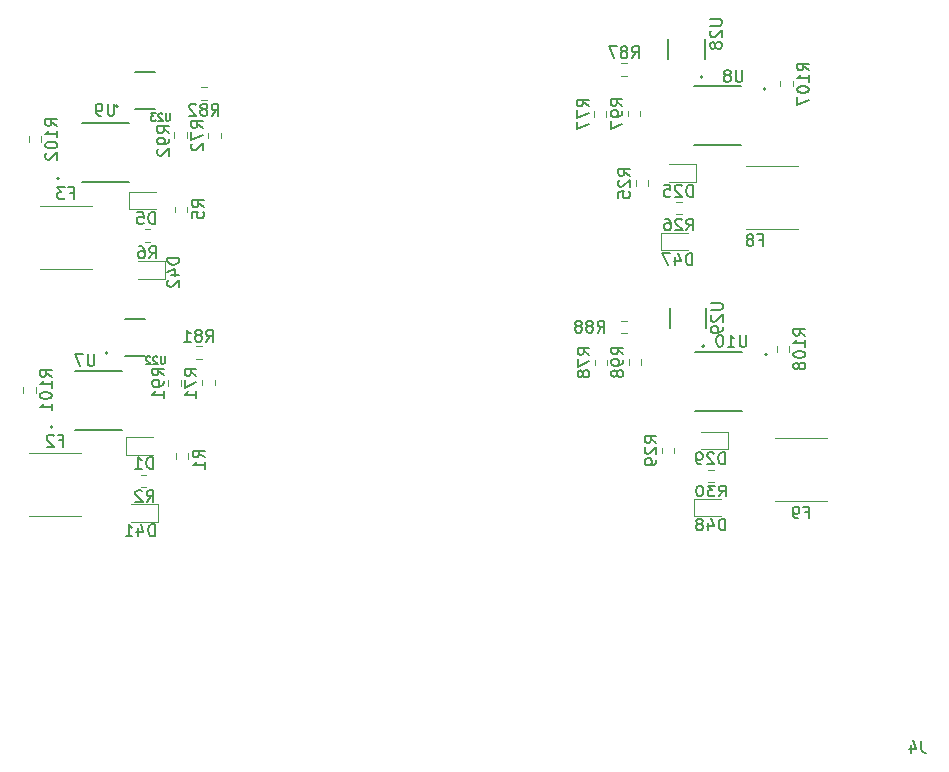
<source format=gbr>
%TF.GenerationSoftware,KiCad,Pcbnew,7.0.7*%
%TF.CreationDate,2024-02-19T11:01:40-08:00*%
%TF.ProjectId,MOSFET-board,4d4f5346-4554-42d6-926f-6172642e6b69,rev?*%
%TF.SameCoordinates,Original*%
%TF.FileFunction,Legend,Bot*%
%TF.FilePolarity,Positive*%
%FSLAX46Y46*%
G04 Gerber Fmt 4.6, Leading zero omitted, Abs format (unit mm)*
G04 Created by KiCad (PCBNEW 7.0.7) date 2024-02-19 11:01:40*
%MOMM*%
%LPD*%
G01*
G04 APERTURE LIST*
%ADD10C,0.150000*%
%ADD11C,0.127000*%
%ADD12C,0.120000*%
%ADD13C,0.200000*%
G04 APERTURE END LIST*
D10*
X190513333Y-98476009D02*
X190846666Y-98476009D01*
X190846666Y-98999819D02*
X190846666Y-97999819D01*
X190846666Y-97999819D02*
X190370476Y-97999819D01*
X189846666Y-98428390D02*
X189941904Y-98380771D01*
X189941904Y-98380771D02*
X189989523Y-98333152D01*
X189989523Y-98333152D02*
X190037142Y-98237914D01*
X190037142Y-98237914D02*
X190037142Y-98190295D01*
X190037142Y-98190295D02*
X189989523Y-98095057D01*
X189989523Y-98095057D02*
X189941904Y-98047438D01*
X189941904Y-98047438D02*
X189846666Y-97999819D01*
X189846666Y-97999819D02*
X189656190Y-97999819D01*
X189656190Y-97999819D02*
X189560952Y-98047438D01*
X189560952Y-98047438D02*
X189513333Y-98095057D01*
X189513333Y-98095057D02*
X189465714Y-98190295D01*
X189465714Y-98190295D02*
X189465714Y-98237914D01*
X189465714Y-98237914D02*
X189513333Y-98333152D01*
X189513333Y-98333152D02*
X189560952Y-98380771D01*
X189560952Y-98380771D02*
X189656190Y-98428390D01*
X189656190Y-98428390D02*
X189846666Y-98428390D01*
X189846666Y-98428390D02*
X189941904Y-98476009D01*
X189941904Y-98476009D02*
X189989523Y-98523628D01*
X189989523Y-98523628D02*
X190037142Y-98618866D01*
X190037142Y-98618866D02*
X190037142Y-98809342D01*
X190037142Y-98809342D02*
X189989523Y-98904580D01*
X189989523Y-98904580D02*
X189941904Y-98952200D01*
X189941904Y-98952200D02*
X189846666Y-98999819D01*
X189846666Y-98999819D02*
X189656190Y-98999819D01*
X189656190Y-98999819D02*
X189560952Y-98952200D01*
X189560952Y-98952200D02*
X189513333Y-98904580D01*
X189513333Y-98904580D02*
X189465714Y-98809342D01*
X189465714Y-98809342D02*
X189465714Y-98618866D01*
X189465714Y-98618866D02*
X189513333Y-98523628D01*
X189513333Y-98523628D02*
X189560952Y-98476009D01*
X189560952Y-98476009D02*
X189656190Y-98428390D01*
X178954819Y-87127142D02*
X178478628Y-86793809D01*
X178954819Y-86555714D02*
X177954819Y-86555714D01*
X177954819Y-86555714D02*
X177954819Y-86936666D01*
X177954819Y-86936666D02*
X178002438Y-87031904D01*
X178002438Y-87031904D02*
X178050057Y-87079523D01*
X178050057Y-87079523D02*
X178145295Y-87127142D01*
X178145295Y-87127142D02*
X178288152Y-87127142D01*
X178288152Y-87127142D02*
X178383390Y-87079523D01*
X178383390Y-87079523D02*
X178431009Y-87031904D01*
X178431009Y-87031904D02*
X178478628Y-86936666D01*
X178478628Y-86936666D02*
X178478628Y-86555714D01*
X178954819Y-87603333D02*
X178954819Y-87793809D01*
X178954819Y-87793809D02*
X178907200Y-87889047D01*
X178907200Y-87889047D02*
X178859580Y-87936666D01*
X178859580Y-87936666D02*
X178716723Y-88031904D01*
X178716723Y-88031904D02*
X178526247Y-88079523D01*
X178526247Y-88079523D02*
X178145295Y-88079523D01*
X178145295Y-88079523D02*
X178050057Y-88031904D01*
X178050057Y-88031904D02*
X178002438Y-87984285D01*
X178002438Y-87984285D02*
X177954819Y-87889047D01*
X177954819Y-87889047D02*
X177954819Y-87698571D01*
X177954819Y-87698571D02*
X178002438Y-87603333D01*
X178002438Y-87603333D02*
X178050057Y-87555714D01*
X178050057Y-87555714D02*
X178145295Y-87508095D01*
X178145295Y-87508095D02*
X178383390Y-87508095D01*
X178383390Y-87508095D02*
X178478628Y-87555714D01*
X178478628Y-87555714D02*
X178526247Y-87603333D01*
X178526247Y-87603333D02*
X178573866Y-87698571D01*
X178573866Y-87698571D02*
X178573866Y-87889047D01*
X178573866Y-87889047D02*
X178526247Y-87984285D01*
X178526247Y-87984285D02*
X178478628Y-88031904D01*
X178478628Y-88031904D02*
X178383390Y-88079523D01*
X177954819Y-88412857D02*
X177954819Y-89079523D01*
X177954819Y-89079523D02*
X178954819Y-88650952D01*
X184372857Y-97679819D02*
X184706190Y-97203628D01*
X184944285Y-97679819D02*
X184944285Y-96679819D01*
X184944285Y-96679819D02*
X184563333Y-96679819D01*
X184563333Y-96679819D02*
X184468095Y-96727438D01*
X184468095Y-96727438D02*
X184420476Y-96775057D01*
X184420476Y-96775057D02*
X184372857Y-96870295D01*
X184372857Y-96870295D02*
X184372857Y-97013152D01*
X184372857Y-97013152D02*
X184420476Y-97108390D01*
X184420476Y-97108390D02*
X184468095Y-97156009D01*
X184468095Y-97156009D02*
X184563333Y-97203628D01*
X184563333Y-97203628D02*
X184944285Y-97203628D01*
X183991904Y-96775057D02*
X183944285Y-96727438D01*
X183944285Y-96727438D02*
X183849047Y-96679819D01*
X183849047Y-96679819D02*
X183610952Y-96679819D01*
X183610952Y-96679819D02*
X183515714Y-96727438D01*
X183515714Y-96727438D02*
X183468095Y-96775057D01*
X183468095Y-96775057D02*
X183420476Y-96870295D01*
X183420476Y-96870295D02*
X183420476Y-96965533D01*
X183420476Y-96965533D02*
X183468095Y-97108390D01*
X183468095Y-97108390D02*
X184039523Y-97679819D01*
X184039523Y-97679819D02*
X183420476Y-97679819D01*
X182563333Y-96679819D02*
X182753809Y-96679819D01*
X182753809Y-96679819D02*
X182849047Y-96727438D01*
X182849047Y-96727438D02*
X182896666Y-96775057D01*
X182896666Y-96775057D02*
X182991904Y-96917914D01*
X182991904Y-96917914D02*
X183039523Y-97108390D01*
X183039523Y-97108390D02*
X183039523Y-97489342D01*
X183039523Y-97489342D02*
X182991904Y-97584580D01*
X182991904Y-97584580D02*
X182944285Y-97632200D01*
X182944285Y-97632200D02*
X182849047Y-97679819D01*
X182849047Y-97679819D02*
X182658571Y-97679819D01*
X182658571Y-97679819D02*
X182563333Y-97632200D01*
X182563333Y-97632200D02*
X182515714Y-97584580D01*
X182515714Y-97584580D02*
X182468095Y-97489342D01*
X182468095Y-97489342D02*
X182468095Y-97251247D01*
X182468095Y-97251247D02*
X182515714Y-97156009D01*
X182515714Y-97156009D02*
X182563333Y-97108390D01*
X182563333Y-97108390D02*
X182658571Y-97060771D01*
X182658571Y-97060771D02*
X182849047Y-97060771D01*
X182849047Y-97060771D02*
X182944285Y-97108390D01*
X182944285Y-97108390D02*
X182991904Y-97156009D01*
X182991904Y-97156009D02*
X183039523Y-97251247D01*
X187664285Y-123079819D02*
X187664285Y-122079819D01*
X187664285Y-122079819D02*
X187426190Y-122079819D01*
X187426190Y-122079819D02*
X187283333Y-122127438D01*
X187283333Y-122127438D02*
X187188095Y-122222676D01*
X187188095Y-122222676D02*
X187140476Y-122317914D01*
X187140476Y-122317914D02*
X187092857Y-122508390D01*
X187092857Y-122508390D02*
X187092857Y-122651247D01*
X187092857Y-122651247D02*
X187140476Y-122841723D01*
X187140476Y-122841723D02*
X187188095Y-122936961D01*
X187188095Y-122936961D02*
X187283333Y-123032200D01*
X187283333Y-123032200D02*
X187426190Y-123079819D01*
X187426190Y-123079819D02*
X187664285Y-123079819D01*
X186235714Y-122413152D02*
X186235714Y-123079819D01*
X186473809Y-122032200D02*
X186711904Y-122746485D01*
X186711904Y-122746485D02*
X186092857Y-122746485D01*
X185569047Y-122508390D02*
X185664285Y-122460771D01*
X185664285Y-122460771D02*
X185711904Y-122413152D01*
X185711904Y-122413152D02*
X185759523Y-122317914D01*
X185759523Y-122317914D02*
X185759523Y-122270295D01*
X185759523Y-122270295D02*
X185711904Y-122175057D01*
X185711904Y-122175057D02*
X185664285Y-122127438D01*
X185664285Y-122127438D02*
X185569047Y-122079819D01*
X185569047Y-122079819D02*
X185378571Y-122079819D01*
X185378571Y-122079819D02*
X185283333Y-122127438D01*
X185283333Y-122127438D02*
X185235714Y-122175057D01*
X185235714Y-122175057D02*
X185188095Y-122270295D01*
X185188095Y-122270295D02*
X185188095Y-122317914D01*
X185188095Y-122317914D02*
X185235714Y-122413152D01*
X185235714Y-122413152D02*
X185283333Y-122460771D01*
X185283333Y-122460771D02*
X185378571Y-122508390D01*
X185378571Y-122508390D02*
X185569047Y-122508390D01*
X185569047Y-122508390D02*
X185664285Y-122556009D01*
X185664285Y-122556009D02*
X185711904Y-122603628D01*
X185711904Y-122603628D02*
X185759523Y-122698866D01*
X185759523Y-122698866D02*
X185759523Y-122889342D01*
X185759523Y-122889342D02*
X185711904Y-122984580D01*
X185711904Y-122984580D02*
X185664285Y-123032200D01*
X185664285Y-123032200D02*
X185569047Y-123079819D01*
X185569047Y-123079819D02*
X185378571Y-123079819D01*
X185378571Y-123079819D02*
X185283333Y-123032200D01*
X185283333Y-123032200D02*
X185235714Y-122984580D01*
X185235714Y-122984580D02*
X185188095Y-122889342D01*
X185188095Y-122889342D02*
X185188095Y-122698866D01*
X185188095Y-122698866D02*
X185235714Y-122603628D01*
X185235714Y-122603628D02*
X185283333Y-122556009D01*
X185283333Y-122556009D02*
X185378571Y-122508390D01*
X194739819Y-84125952D02*
X194263628Y-83792619D01*
X194739819Y-83554524D02*
X193739819Y-83554524D01*
X193739819Y-83554524D02*
X193739819Y-83935476D01*
X193739819Y-83935476D02*
X193787438Y-84030714D01*
X193787438Y-84030714D02*
X193835057Y-84078333D01*
X193835057Y-84078333D02*
X193930295Y-84125952D01*
X193930295Y-84125952D02*
X194073152Y-84125952D01*
X194073152Y-84125952D02*
X194168390Y-84078333D01*
X194168390Y-84078333D02*
X194216009Y-84030714D01*
X194216009Y-84030714D02*
X194263628Y-83935476D01*
X194263628Y-83935476D02*
X194263628Y-83554524D01*
X194739819Y-85078333D02*
X194739819Y-84506905D01*
X194739819Y-84792619D02*
X193739819Y-84792619D01*
X193739819Y-84792619D02*
X193882676Y-84697381D01*
X193882676Y-84697381D02*
X193977914Y-84602143D01*
X193977914Y-84602143D02*
X194025533Y-84506905D01*
X193739819Y-85697381D02*
X193739819Y-85792619D01*
X193739819Y-85792619D02*
X193787438Y-85887857D01*
X193787438Y-85887857D02*
X193835057Y-85935476D01*
X193835057Y-85935476D02*
X193930295Y-85983095D01*
X193930295Y-85983095D02*
X194120771Y-86030714D01*
X194120771Y-86030714D02*
X194358866Y-86030714D01*
X194358866Y-86030714D02*
X194549342Y-85983095D01*
X194549342Y-85983095D02*
X194644580Y-85935476D01*
X194644580Y-85935476D02*
X194692200Y-85887857D01*
X194692200Y-85887857D02*
X194739819Y-85792619D01*
X194739819Y-85792619D02*
X194739819Y-85697381D01*
X194739819Y-85697381D02*
X194692200Y-85602143D01*
X194692200Y-85602143D02*
X194644580Y-85554524D01*
X194644580Y-85554524D02*
X194549342Y-85506905D01*
X194549342Y-85506905D02*
X194358866Y-85459286D01*
X194358866Y-85459286D02*
X194120771Y-85459286D01*
X194120771Y-85459286D02*
X193930295Y-85506905D01*
X193930295Y-85506905D02*
X193835057Y-85554524D01*
X193835057Y-85554524D02*
X193787438Y-85602143D01*
X193787438Y-85602143D02*
X193739819Y-85697381D01*
X193739819Y-86364048D02*
X193739819Y-87030714D01*
X193739819Y-87030714D02*
X194739819Y-86602143D01*
X194408333Y-121536009D02*
X194741666Y-121536009D01*
X194741666Y-122059819D02*
X194741666Y-121059819D01*
X194741666Y-121059819D02*
X194265476Y-121059819D01*
X193836904Y-122059819D02*
X193646428Y-122059819D01*
X193646428Y-122059819D02*
X193551190Y-122012200D01*
X193551190Y-122012200D02*
X193503571Y-121964580D01*
X193503571Y-121964580D02*
X193408333Y-121821723D01*
X193408333Y-121821723D02*
X193360714Y-121631247D01*
X193360714Y-121631247D02*
X193360714Y-121250295D01*
X193360714Y-121250295D02*
X193408333Y-121155057D01*
X193408333Y-121155057D02*
X193455952Y-121107438D01*
X193455952Y-121107438D02*
X193551190Y-121059819D01*
X193551190Y-121059819D02*
X193741666Y-121059819D01*
X193741666Y-121059819D02*
X193836904Y-121107438D01*
X193836904Y-121107438D02*
X193884523Y-121155057D01*
X193884523Y-121155057D02*
X193932142Y-121250295D01*
X193932142Y-121250295D02*
X193932142Y-121488390D01*
X193932142Y-121488390D02*
X193884523Y-121583628D01*
X193884523Y-121583628D02*
X193836904Y-121631247D01*
X193836904Y-121631247D02*
X193741666Y-121678866D01*
X193741666Y-121678866D02*
X193551190Y-121678866D01*
X193551190Y-121678866D02*
X193455952Y-121631247D01*
X193455952Y-121631247D02*
X193408333Y-121583628D01*
X193408333Y-121583628D02*
X193360714Y-121488390D01*
X176149819Y-108207142D02*
X175673628Y-107873809D01*
X176149819Y-107635714D02*
X175149819Y-107635714D01*
X175149819Y-107635714D02*
X175149819Y-108016666D01*
X175149819Y-108016666D02*
X175197438Y-108111904D01*
X175197438Y-108111904D02*
X175245057Y-108159523D01*
X175245057Y-108159523D02*
X175340295Y-108207142D01*
X175340295Y-108207142D02*
X175483152Y-108207142D01*
X175483152Y-108207142D02*
X175578390Y-108159523D01*
X175578390Y-108159523D02*
X175626009Y-108111904D01*
X175626009Y-108111904D02*
X175673628Y-108016666D01*
X175673628Y-108016666D02*
X175673628Y-107635714D01*
X175149819Y-108540476D02*
X175149819Y-109207142D01*
X175149819Y-109207142D02*
X176149819Y-108778571D01*
X175578390Y-109730952D02*
X175530771Y-109635714D01*
X175530771Y-109635714D02*
X175483152Y-109588095D01*
X175483152Y-109588095D02*
X175387914Y-109540476D01*
X175387914Y-109540476D02*
X175340295Y-109540476D01*
X175340295Y-109540476D02*
X175245057Y-109588095D01*
X175245057Y-109588095D02*
X175197438Y-109635714D01*
X175197438Y-109635714D02*
X175149819Y-109730952D01*
X175149819Y-109730952D02*
X175149819Y-109921428D01*
X175149819Y-109921428D02*
X175197438Y-110016666D01*
X175197438Y-110016666D02*
X175245057Y-110064285D01*
X175245057Y-110064285D02*
X175340295Y-110111904D01*
X175340295Y-110111904D02*
X175387914Y-110111904D01*
X175387914Y-110111904D02*
X175483152Y-110064285D01*
X175483152Y-110064285D02*
X175530771Y-110016666D01*
X175530771Y-110016666D02*
X175578390Y-109921428D01*
X175578390Y-109921428D02*
X175578390Y-109730952D01*
X175578390Y-109730952D02*
X175626009Y-109635714D01*
X175626009Y-109635714D02*
X175673628Y-109588095D01*
X175673628Y-109588095D02*
X175768866Y-109540476D01*
X175768866Y-109540476D02*
X175959342Y-109540476D01*
X175959342Y-109540476D02*
X176054580Y-109588095D01*
X176054580Y-109588095D02*
X176102200Y-109635714D01*
X176102200Y-109635714D02*
X176149819Y-109730952D01*
X176149819Y-109730952D02*
X176149819Y-109921428D01*
X176149819Y-109921428D02*
X176102200Y-110016666D01*
X176102200Y-110016666D02*
X176054580Y-110064285D01*
X176054580Y-110064285D02*
X175959342Y-110111904D01*
X175959342Y-110111904D02*
X175768866Y-110111904D01*
X175768866Y-110111904D02*
X175673628Y-110064285D01*
X175673628Y-110064285D02*
X175626009Y-110016666D01*
X175626009Y-110016666D02*
X175578390Y-109921428D01*
X143579819Y-116908333D02*
X143103628Y-116575000D01*
X143579819Y-116336905D02*
X142579819Y-116336905D01*
X142579819Y-116336905D02*
X142579819Y-116717857D01*
X142579819Y-116717857D02*
X142627438Y-116813095D01*
X142627438Y-116813095D02*
X142675057Y-116860714D01*
X142675057Y-116860714D02*
X142770295Y-116908333D01*
X142770295Y-116908333D02*
X142913152Y-116908333D01*
X142913152Y-116908333D02*
X143008390Y-116860714D01*
X143008390Y-116860714D02*
X143056009Y-116813095D01*
X143056009Y-116813095D02*
X143103628Y-116717857D01*
X143103628Y-116717857D02*
X143103628Y-116336905D01*
X143579819Y-117860714D02*
X143579819Y-117289286D01*
X143579819Y-117575000D02*
X142579819Y-117575000D01*
X142579819Y-117575000D02*
X142722676Y-117479762D01*
X142722676Y-117479762D02*
X142817914Y-117384524D01*
X142817914Y-117384524D02*
X142865533Y-117289286D01*
X142879819Y-109982142D02*
X142403628Y-109648809D01*
X142879819Y-109410714D02*
X141879819Y-109410714D01*
X141879819Y-109410714D02*
X141879819Y-109791666D01*
X141879819Y-109791666D02*
X141927438Y-109886904D01*
X141927438Y-109886904D02*
X141975057Y-109934523D01*
X141975057Y-109934523D02*
X142070295Y-109982142D01*
X142070295Y-109982142D02*
X142213152Y-109982142D01*
X142213152Y-109982142D02*
X142308390Y-109934523D01*
X142308390Y-109934523D02*
X142356009Y-109886904D01*
X142356009Y-109886904D02*
X142403628Y-109791666D01*
X142403628Y-109791666D02*
X142403628Y-109410714D01*
X141879819Y-110315476D02*
X141879819Y-110982142D01*
X141879819Y-110982142D02*
X142879819Y-110553571D01*
X142879819Y-111886904D02*
X142879819Y-111315476D01*
X142879819Y-111601190D02*
X141879819Y-111601190D01*
X141879819Y-111601190D02*
X142022676Y-111505952D01*
X142022676Y-111505952D02*
X142117914Y-111410714D01*
X142117914Y-111410714D02*
X142165533Y-111315476D01*
X184919285Y-94824819D02*
X184919285Y-93824819D01*
X184919285Y-93824819D02*
X184681190Y-93824819D01*
X184681190Y-93824819D02*
X184538333Y-93872438D01*
X184538333Y-93872438D02*
X184443095Y-93967676D01*
X184443095Y-93967676D02*
X184395476Y-94062914D01*
X184395476Y-94062914D02*
X184347857Y-94253390D01*
X184347857Y-94253390D02*
X184347857Y-94396247D01*
X184347857Y-94396247D02*
X184395476Y-94586723D01*
X184395476Y-94586723D02*
X184443095Y-94681961D01*
X184443095Y-94681961D02*
X184538333Y-94777200D01*
X184538333Y-94777200D02*
X184681190Y-94824819D01*
X184681190Y-94824819D02*
X184919285Y-94824819D01*
X183966904Y-93920057D02*
X183919285Y-93872438D01*
X183919285Y-93872438D02*
X183824047Y-93824819D01*
X183824047Y-93824819D02*
X183585952Y-93824819D01*
X183585952Y-93824819D02*
X183490714Y-93872438D01*
X183490714Y-93872438D02*
X183443095Y-93920057D01*
X183443095Y-93920057D02*
X183395476Y-94015295D01*
X183395476Y-94015295D02*
X183395476Y-94110533D01*
X183395476Y-94110533D02*
X183443095Y-94253390D01*
X183443095Y-94253390D02*
X184014523Y-94824819D01*
X184014523Y-94824819D02*
X183395476Y-94824819D01*
X182490714Y-93824819D02*
X182966904Y-93824819D01*
X182966904Y-93824819D02*
X183014523Y-94301009D01*
X183014523Y-94301009D02*
X182966904Y-94253390D01*
X182966904Y-94253390D02*
X182871666Y-94205771D01*
X182871666Y-94205771D02*
X182633571Y-94205771D01*
X182633571Y-94205771D02*
X182538333Y-94253390D01*
X182538333Y-94253390D02*
X182490714Y-94301009D01*
X182490714Y-94301009D02*
X182443095Y-94396247D01*
X182443095Y-94396247D02*
X182443095Y-94634342D01*
X182443095Y-94634342D02*
X182490714Y-94729580D01*
X182490714Y-94729580D02*
X182538333Y-94777200D01*
X182538333Y-94777200D02*
X182633571Y-94824819D01*
X182633571Y-94824819D02*
X182871666Y-94824819D01*
X182871666Y-94824819D02*
X182966904Y-94777200D01*
X182966904Y-94777200D02*
X183014523Y-94729580D01*
X186444819Y-103844405D02*
X187254342Y-103844405D01*
X187254342Y-103844405D02*
X187349580Y-103892024D01*
X187349580Y-103892024D02*
X187397200Y-103939643D01*
X187397200Y-103939643D02*
X187444819Y-104034881D01*
X187444819Y-104034881D02*
X187444819Y-104225357D01*
X187444819Y-104225357D02*
X187397200Y-104320595D01*
X187397200Y-104320595D02*
X187349580Y-104368214D01*
X187349580Y-104368214D02*
X187254342Y-104415833D01*
X187254342Y-104415833D02*
X186444819Y-104415833D01*
X186540057Y-104844405D02*
X186492438Y-104892024D01*
X186492438Y-104892024D02*
X186444819Y-104987262D01*
X186444819Y-104987262D02*
X186444819Y-105225357D01*
X186444819Y-105225357D02*
X186492438Y-105320595D01*
X186492438Y-105320595D02*
X186540057Y-105368214D01*
X186540057Y-105368214D02*
X186635295Y-105415833D01*
X186635295Y-105415833D02*
X186730533Y-105415833D01*
X186730533Y-105415833D02*
X186873390Y-105368214D01*
X186873390Y-105368214D02*
X187444819Y-104796786D01*
X187444819Y-104796786D02*
X187444819Y-105415833D01*
X187444819Y-105892024D02*
X187444819Y-106082500D01*
X187444819Y-106082500D02*
X187397200Y-106177738D01*
X187397200Y-106177738D02*
X187349580Y-106225357D01*
X187349580Y-106225357D02*
X187206723Y-106320595D01*
X187206723Y-106320595D02*
X187016247Y-106368214D01*
X187016247Y-106368214D02*
X186635295Y-106368214D01*
X186635295Y-106368214D02*
X186540057Y-106320595D01*
X186540057Y-106320595D02*
X186492438Y-106272976D01*
X186492438Y-106272976D02*
X186444819Y-106177738D01*
X186444819Y-106177738D02*
X186444819Y-105987262D01*
X186444819Y-105987262D02*
X186492438Y-105892024D01*
X186492438Y-105892024D02*
X186540057Y-105844405D01*
X186540057Y-105844405D02*
X186635295Y-105796786D01*
X186635295Y-105796786D02*
X186873390Y-105796786D01*
X186873390Y-105796786D02*
X186968628Y-105844405D01*
X186968628Y-105844405D02*
X187016247Y-105892024D01*
X187016247Y-105892024D02*
X187063866Y-105987262D01*
X187063866Y-105987262D02*
X187063866Y-106177738D01*
X187063866Y-106177738D02*
X187016247Y-106272976D01*
X187016247Y-106272976D02*
X186968628Y-106320595D01*
X186968628Y-106320595D02*
X186873390Y-106368214D01*
X134241904Y-108164819D02*
X134241904Y-108974342D01*
X134241904Y-108974342D02*
X134194285Y-109069580D01*
X134194285Y-109069580D02*
X134146666Y-109117200D01*
X134146666Y-109117200D02*
X134051428Y-109164819D01*
X134051428Y-109164819D02*
X133860952Y-109164819D01*
X133860952Y-109164819D02*
X133765714Y-109117200D01*
X133765714Y-109117200D02*
X133718095Y-109069580D01*
X133718095Y-109069580D02*
X133670476Y-108974342D01*
X133670476Y-108974342D02*
X133670476Y-108164819D01*
X133289523Y-108164819D02*
X132622857Y-108164819D01*
X132622857Y-108164819D02*
X133051428Y-109164819D01*
X131274404Y-115465008D02*
X131607737Y-115465008D01*
X131607737Y-115988818D02*
X131607737Y-114988818D01*
X131607737Y-114988818D02*
X131131547Y-114988818D01*
X130798213Y-115084056D02*
X130750594Y-115036437D01*
X130750594Y-115036437D02*
X130655356Y-114988818D01*
X130655356Y-114988818D02*
X130417261Y-114988818D01*
X130417261Y-114988818D02*
X130322023Y-115036437D01*
X130322023Y-115036437D02*
X130274404Y-115084056D01*
X130274404Y-115084056D02*
X130226785Y-115179294D01*
X130226785Y-115179294D02*
X130226785Y-115274532D01*
X130226785Y-115274532D02*
X130274404Y-115417389D01*
X130274404Y-115417389D02*
X130845832Y-115988818D01*
X130845832Y-115988818D02*
X130226785Y-115988818D01*
X184864285Y-100629819D02*
X184864285Y-99629819D01*
X184864285Y-99629819D02*
X184626190Y-99629819D01*
X184626190Y-99629819D02*
X184483333Y-99677438D01*
X184483333Y-99677438D02*
X184388095Y-99772676D01*
X184388095Y-99772676D02*
X184340476Y-99867914D01*
X184340476Y-99867914D02*
X184292857Y-100058390D01*
X184292857Y-100058390D02*
X184292857Y-100201247D01*
X184292857Y-100201247D02*
X184340476Y-100391723D01*
X184340476Y-100391723D02*
X184388095Y-100486961D01*
X184388095Y-100486961D02*
X184483333Y-100582200D01*
X184483333Y-100582200D02*
X184626190Y-100629819D01*
X184626190Y-100629819D02*
X184864285Y-100629819D01*
X183435714Y-99963152D02*
X183435714Y-100629819D01*
X183673809Y-99582200D02*
X183911904Y-100296485D01*
X183911904Y-100296485D02*
X183292857Y-100296485D01*
X183007142Y-99629819D02*
X182340476Y-99629819D01*
X182340476Y-99629819D02*
X182769047Y-100629819D01*
X204248333Y-140903819D02*
X204248333Y-141618104D01*
X204248333Y-141618104D02*
X204295952Y-141760961D01*
X204295952Y-141760961D02*
X204391190Y-141856200D01*
X204391190Y-141856200D02*
X204534047Y-141903819D01*
X204534047Y-141903819D02*
X204629285Y-141903819D01*
X203343571Y-141237152D02*
X203343571Y-141903819D01*
X203581666Y-140856200D02*
X203819761Y-141570485D01*
X203819761Y-141570485D02*
X203200714Y-141570485D01*
X176079819Y-87177142D02*
X175603628Y-86843809D01*
X176079819Y-86605714D02*
X175079819Y-86605714D01*
X175079819Y-86605714D02*
X175079819Y-86986666D01*
X175079819Y-86986666D02*
X175127438Y-87081904D01*
X175127438Y-87081904D02*
X175175057Y-87129523D01*
X175175057Y-87129523D02*
X175270295Y-87177142D01*
X175270295Y-87177142D02*
X175413152Y-87177142D01*
X175413152Y-87177142D02*
X175508390Y-87129523D01*
X175508390Y-87129523D02*
X175556009Y-87081904D01*
X175556009Y-87081904D02*
X175603628Y-86986666D01*
X175603628Y-86986666D02*
X175603628Y-86605714D01*
X175079819Y-87510476D02*
X175079819Y-88177142D01*
X175079819Y-88177142D02*
X176079819Y-87748571D01*
X175079819Y-88462857D02*
X175079819Y-89129523D01*
X175079819Y-89129523D02*
X176079819Y-88700952D01*
X143509569Y-95719333D02*
X143033378Y-95386000D01*
X143509569Y-95147905D02*
X142509569Y-95147905D01*
X142509569Y-95147905D02*
X142509569Y-95528857D01*
X142509569Y-95528857D02*
X142557188Y-95624095D01*
X142557188Y-95624095D02*
X142604807Y-95671714D01*
X142604807Y-95671714D02*
X142700045Y-95719333D01*
X142700045Y-95719333D02*
X142842902Y-95719333D01*
X142842902Y-95719333D02*
X142938140Y-95671714D01*
X142938140Y-95671714D02*
X142985759Y-95624095D01*
X142985759Y-95624095D02*
X143033378Y-95528857D01*
X143033378Y-95528857D02*
X143033378Y-95147905D01*
X142509569Y-96624095D02*
X142509569Y-96147905D01*
X142509569Y-96147905D02*
X142985759Y-96100286D01*
X142985759Y-96100286D02*
X142938140Y-96147905D01*
X142938140Y-96147905D02*
X142890521Y-96243143D01*
X142890521Y-96243143D02*
X142890521Y-96481238D01*
X142890521Y-96481238D02*
X142938140Y-96576476D01*
X142938140Y-96576476D02*
X142985759Y-96624095D01*
X142985759Y-96624095D02*
X143080997Y-96671714D01*
X143080997Y-96671714D02*
X143319092Y-96671714D01*
X143319092Y-96671714D02*
X143414330Y-96624095D01*
X143414330Y-96624095D02*
X143461950Y-96576476D01*
X143461950Y-96576476D02*
X143509569Y-96481238D01*
X143509569Y-96481238D02*
X143509569Y-96243143D01*
X143509569Y-96243143D02*
X143461950Y-96147905D01*
X143461950Y-96147905D02*
X143414330Y-96100286D01*
X176842857Y-106329819D02*
X177176190Y-105853628D01*
X177414285Y-106329819D02*
X177414285Y-105329819D01*
X177414285Y-105329819D02*
X177033333Y-105329819D01*
X177033333Y-105329819D02*
X176938095Y-105377438D01*
X176938095Y-105377438D02*
X176890476Y-105425057D01*
X176890476Y-105425057D02*
X176842857Y-105520295D01*
X176842857Y-105520295D02*
X176842857Y-105663152D01*
X176842857Y-105663152D02*
X176890476Y-105758390D01*
X176890476Y-105758390D02*
X176938095Y-105806009D01*
X176938095Y-105806009D02*
X177033333Y-105853628D01*
X177033333Y-105853628D02*
X177414285Y-105853628D01*
X176271428Y-105758390D02*
X176366666Y-105710771D01*
X176366666Y-105710771D02*
X176414285Y-105663152D01*
X176414285Y-105663152D02*
X176461904Y-105567914D01*
X176461904Y-105567914D02*
X176461904Y-105520295D01*
X176461904Y-105520295D02*
X176414285Y-105425057D01*
X176414285Y-105425057D02*
X176366666Y-105377438D01*
X176366666Y-105377438D02*
X176271428Y-105329819D01*
X176271428Y-105329819D02*
X176080952Y-105329819D01*
X176080952Y-105329819D02*
X175985714Y-105377438D01*
X175985714Y-105377438D02*
X175938095Y-105425057D01*
X175938095Y-105425057D02*
X175890476Y-105520295D01*
X175890476Y-105520295D02*
X175890476Y-105567914D01*
X175890476Y-105567914D02*
X175938095Y-105663152D01*
X175938095Y-105663152D02*
X175985714Y-105710771D01*
X175985714Y-105710771D02*
X176080952Y-105758390D01*
X176080952Y-105758390D02*
X176271428Y-105758390D01*
X176271428Y-105758390D02*
X176366666Y-105806009D01*
X176366666Y-105806009D02*
X176414285Y-105853628D01*
X176414285Y-105853628D02*
X176461904Y-105948866D01*
X176461904Y-105948866D02*
X176461904Y-106139342D01*
X176461904Y-106139342D02*
X176414285Y-106234580D01*
X176414285Y-106234580D02*
X176366666Y-106282200D01*
X176366666Y-106282200D02*
X176271428Y-106329819D01*
X176271428Y-106329819D02*
X176080952Y-106329819D01*
X176080952Y-106329819D02*
X175985714Y-106282200D01*
X175985714Y-106282200D02*
X175938095Y-106234580D01*
X175938095Y-106234580D02*
X175890476Y-106139342D01*
X175890476Y-106139342D02*
X175890476Y-105948866D01*
X175890476Y-105948866D02*
X175938095Y-105853628D01*
X175938095Y-105853628D02*
X175985714Y-105806009D01*
X175985714Y-105806009D02*
X176080952Y-105758390D01*
X175319047Y-105758390D02*
X175414285Y-105710771D01*
X175414285Y-105710771D02*
X175461904Y-105663152D01*
X175461904Y-105663152D02*
X175509523Y-105567914D01*
X175509523Y-105567914D02*
X175509523Y-105520295D01*
X175509523Y-105520295D02*
X175461904Y-105425057D01*
X175461904Y-105425057D02*
X175414285Y-105377438D01*
X175414285Y-105377438D02*
X175319047Y-105329819D01*
X175319047Y-105329819D02*
X175128571Y-105329819D01*
X175128571Y-105329819D02*
X175033333Y-105377438D01*
X175033333Y-105377438D02*
X174985714Y-105425057D01*
X174985714Y-105425057D02*
X174938095Y-105520295D01*
X174938095Y-105520295D02*
X174938095Y-105567914D01*
X174938095Y-105567914D02*
X174985714Y-105663152D01*
X174985714Y-105663152D02*
X175033333Y-105710771D01*
X175033333Y-105710771D02*
X175128571Y-105758390D01*
X175128571Y-105758390D02*
X175319047Y-105758390D01*
X175319047Y-105758390D02*
X175414285Y-105806009D01*
X175414285Y-105806009D02*
X175461904Y-105853628D01*
X175461904Y-105853628D02*
X175509523Y-105948866D01*
X175509523Y-105948866D02*
X175509523Y-106139342D01*
X175509523Y-106139342D02*
X175461904Y-106234580D01*
X175461904Y-106234580D02*
X175414285Y-106282200D01*
X175414285Y-106282200D02*
X175319047Y-106329819D01*
X175319047Y-106329819D02*
X175128571Y-106329819D01*
X175128571Y-106329819D02*
X175033333Y-106282200D01*
X175033333Y-106282200D02*
X174985714Y-106234580D01*
X174985714Y-106234580D02*
X174938095Y-106139342D01*
X174938095Y-106139342D02*
X174938095Y-105948866D01*
X174938095Y-105948866D02*
X174985714Y-105853628D01*
X174985714Y-105853628D02*
X175033333Y-105806009D01*
X175033333Y-105806009D02*
X175128571Y-105758390D01*
X139367844Y-97140819D02*
X139367844Y-96140819D01*
X139367844Y-96140819D02*
X139129749Y-96140819D01*
X139129749Y-96140819D02*
X138986892Y-96188438D01*
X138986892Y-96188438D02*
X138891654Y-96283676D01*
X138891654Y-96283676D02*
X138844035Y-96378914D01*
X138844035Y-96378914D02*
X138796416Y-96569390D01*
X138796416Y-96569390D02*
X138796416Y-96712247D01*
X138796416Y-96712247D02*
X138844035Y-96902723D01*
X138844035Y-96902723D02*
X138891654Y-96997961D01*
X138891654Y-96997961D02*
X138986892Y-97093200D01*
X138986892Y-97093200D02*
X139129749Y-97140819D01*
X139129749Y-97140819D02*
X139367844Y-97140819D01*
X137891654Y-96140819D02*
X138367844Y-96140819D01*
X138367844Y-96140819D02*
X138415463Y-96617009D01*
X138415463Y-96617009D02*
X138367844Y-96569390D01*
X138367844Y-96569390D02*
X138272606Y-96521771D01*
X138272606Y-96521771D02*
X138034511Y-96521771D01*
X138034511Y-96521771D02*
X137939273Y-96569390D01*
X137939273Y-96569390D02*
X137891654Y-96617009D01*
X137891654Y-96617009D02*
X137844035Y-96712247D01*
X137844035Y-96712247D02*
X137844035Y-96950342D01*
X137844035Y-96950342D02*
X137891654Y-97045580D01*
X137891654Y-97045580D02*
X137939273Y-97093200D01*
X137939273Y-97093200D02*
X138034511Y-97140819D01*
X138034511Y-97140819D02*
X138272606Y-97140819D01*
X138272606Y-97140819D02*
X138367844Y-97093200D01*
X138367844Y-97093200D02*
X138415463Y-97045580D01*
X131089569Y-88841952D02*
X130613378Y-88508619D01*
X131089569Y-88270524D02*
X130089569Y-88270524D01*
X130089569Y-88270524D02*
X130089569Y-88651476D01*
X130089569Y-88651476D02*
X130137188Y-88746714D01*
X130137188Y-88746714D02*
X130184807Y-88794333D01*
X130184807Y-88794333D02*
X130280045Y-88841952D01*
X130280045Y-88841952D02*
X130422902Y-88841952D01*
X130422902Y-88841952D02*
X130518140Y-88794333D01*
X130518140Y-88794333D02*
X130565759Y-88746714D01*
X130565759Y-88746714D02*
X130613378Y-88651476D01*
X130613378Y-88651476D02*
X130613378Y-88270524D01*
X131089569Y-89794333D02*
X131089569Y-89222905D01*
X131089569Y-89508619D02*
X130089569Y-89508619D01*
X130089569Y-89508619D02*
X130232426Y-89413381D01*
X130232426Y-89413381D02*
X130327664Y-89318143D01*
X130327664Y-89318143D02*
X130375283Y-89222905D01*
X130089569Y-90413381D02*
X130089569Y-90508619D01*
X130089569Y-90508619D02*
X130137188Y-90603857D01*
X130137188Y-90603857D02*
X130184807Y-90651476D01*
X130184807Y-90651476D02*
X130280045Y-90699095D01*
X130280045Y-90699095D02*
X130470521Y-90746714D01*
X130470521Y-90746714D02*
X130708616Y-90746714D01*
X130708616Y-90746714D02*
X130899092Y-90699095D01*
X130899092Y-90699095D02*
X130994330Y-90651476D01*
X130994330Y-90651476D02*
X131041950Y-90603857D01*
X131041950Y-90603857D02*
X131089569Y-90508619D01*
X131089569Y-90508619D02*
X131089569Y-90413381D01*
X131089569Y-90413381D02*
X131041950Y-90318143D01*
X131041950Y-90318143D02*
X130994330Y-90270524D01*
X130994330Y-90270524D02*
X130899092Y-90222905D01*
X130899092Y-90222905D02*
X130708616Y-90175286D01*
X130708616Y-90175286D02*
X130470521Y-90175286D01*
X130470521Y-90175286D02*
X130280045Y-90222905D01*
X130280045Y-90222905D02*
X130184807Y-90270524D01*
X130184807Y-90270524D02*
X130137188Y-90318143D01*
X130137188Y-90318143D02*
X130089569Y-90413381D01*
X130184807Y-91127667D02*
X130137188Y-91175286D01*
X130137188Y-91175286D02*
X130089569Y-91270524D01*
X130089569Y-91270524D02*
X130089569Y-91508619D01*
X130089569Y-91508619D02*
X130137188Y-91603857D01*
X130137188Y-91603857D02*
X130184807Y-91651476D01*
X130184807Y-91651476D02*
X130280045Y-91699095D01*
X130280045Y-91699095D02*
X130375283Y-91699095D01*
X130375283Y-91699095D02*
X130518140Y-91651476D01*
X130518140Y-91651476D02*
X131089569Y-91080048D01*
X131089569Y-91080048D02*
X131089569Y-91699095D01*
X138670237Y-120679819D02*
X139003570Y-120203628D01*
X139241665Y-120679819D02*
X139241665Y-119679819D01*
X139241665Y-119679819D02*
X138860713Y-119679819D01*
X138860713Y-119679819D02*
X138765475Y-119727438D01*
X138765475Y-119727438D02*
X138717856Y-119775057D01*
X138717856Y-119775057D02*
X138670237Y-119870295D01*
X138670237Y-119870295D02*
X138670237Y-120013152D01*
X138670237Y-120013152D02*
X138717856Y-120108390D01*
X138717856Y-120108390D02*
X138765475Y-120156009D01*
X138765475Y-120156009D02*
X138860713Y-120203628D01*
X138860713Y-120203628D02*
X139241665Y-120203628D01*
X138289284Y-119775057D02*
X138241665Y-119727438D01*
X138241665Y-119727438D02*
X138146427Y-119679819D01*
X138146427Y-119679819D02*
X137908332Y-119679819D01*
X137908332Y-119679819D02*
X137813094Y-119727438D01*
X137813094Y-119727438D02*
X137765475Y-119775057D01*
X137765475Y-119775057D02*
X137717856Y-119870295D01*
X137717856Y-119870295D02*
X137717856Y-119965533D01*
X137717856Y-119965533D02*
X137765475Y-120108390D01*
X137765475Y-120108390D02*
X138336903Y-120679819D01*
X138336903Y-120679819D02*
X137717856Y-120679819D01*
X187117857Y-120203469D02*
X187451190Y-119780136D01*
X187689285Y-120203469D02*
X187689285Y-119314469D01*
X187689285Y-119314469D02*
X187308333Y-119314469D01*
X187308333Y-119314469D02*
X187213095Y-119356802D01*
X187213095Y-119356802D02*
X187165476Y-119399136D01*
X187165476Y-119399136D02*
X187117857Y-119483802D01*
X187117857Y-119483802D02*
X187117857Y-119610802D01*
X187117857Y-119610802D02*
X187165476Y-119695469D01*
X187165476Y-119695469D02*
X187213095Y-119737802D01*
X187213095Y-119737802D02*
X187308333Y-119780136D01*
X187308333Y-119780136D02*
X187689285Y-119780136D01*
X186784523Y-119314469D02*
X186165476Y-119314469D01*
X186165476Y-119314469D02*
X186498809Y-119653136D01*
X186498809Y-119653136D02*
X186355952Y-119653136D01*
X186355952Y-119653136D02*
X186260714Y-119695469D01*
X186260714Y-119695469D02*
X186213095Y-119737802D01*
X186213095Y-119737802D02*
X186165476Y-119822469D01*
X186165476Y-119822469D02*
X186165476Y-120034136D01*
X186165476Y-120034136D02*
X186213095Y-120118802D01*
X186213095Y-120118802D02*
X186260714Y-120161136D01*
X186260714Y-120161136D02*
X186355952Y-120203469D01*
X186355952Y-120203469D02*
X186641666Y-120203469D01*
X186641666Y-120203469D02*
X186736904Y-120161136D01*
X186736904Y-120161136D02*
X186784523Y-120118802D01*
X185546428Y-119314469D02*
X185451190Y-119314469D01*
X185451190Y-119314469D02*
X185355952Y-119356802D01*
X185355952Y-119356802D02*
X185308333Y-119399136D01*
X185308333Y-119399136D02*
X185260714Y-119483802D01*
X185260714Y-119483802D02*
X185213095Y-119653136D01*
X185213095Y-119653136D02*
X185213095Y-119864802D01*
X185213095Y-119864802D02*
X185260714Y-120034136D01*
X185260714Y-120034136D02*
X185308333Y-120118802D01*
X185308333Y-120118802D02*
X185355952Y-120161136D01*
X185355952Y-120161136D02*
X185451190Y-120203469D01*
X185451190Y-120203469D02*
X185546428Y-120203469D01*
X185546428Y-120203469D02*
X185641666Y-120161136D01*
X185641666Y-120161136D02*
X185689285Y-120118802D01*
X185689285Y-120118802D02*
X185736904Y-120034136D01*
X185736904Y-120034136D02*
X185784523Y-119864802D01*
X185784523Y-119864802D02*
X185784523Y-119653136D01*
X185784523Y-119653136D02*
X185736904Y-119483802D01*
X185736904Y-119483802D02*
X185689285Y-119399136D01*
X185689285Y-119399136D02*
X185641666Y-119356802D01*
X185641666Y-119356802D02*
X185546428Y-119314469D01*
X140113719Y-109957142D02*
X139654100Y-109623809D01*
X140113719Y-109385714D02*
X139148519Y-109385714D01*
X139148519Y-109385714D02*
X139148519Y-109766666D01*
X139148519Y-109766666D02*
X139194481Y-109861904D01*
X139194481Y-109861904D02*
X139240443Y-109909523D01*
X139240443Y-109909523D02*
X139332367Y-109957142D01*
X139332367Y-109957142D02*
X139470253Y-109957142D01*
X139470253Y-109957142D02*
X139562177Y-109909523D01*
X139562177Y-109909523D02*
X139608138Y-109861904D01*
X139608138Y-109861904D02*
X139654100Y-109766666D01*
X139654100Y-109766666D02*
X139654100Y-109385714D01*
X140113719Y-110433333D02*
X140113719Y-110623809D01*
X140113719Y-110623809D02*
X140067758Y-110719047D01*
X140067758Y-110719047D02*
X140021796Y-110766666D01*
X140021796Y-110766666D02*
X139883910Y-110861904D01*
X139883910Y-110861904D02*
X139700062Y-110909523D01*
X139700062Y-110909523D02*
X139332367Y-110909523D01*
X139332367Y-110909523D02*
X139240443Y-110861904D01*
X139240443Y-110861904D02*
X139194481Y-110814285D01*
X139194481Y-110814285D02*
X139148519Y-110719047D01*
X139148519Y-110719047D02*
X139148519Y-110528571D01*
X139148519Y-110528571D02*
X139194481Y-110433333D01*
X139194481Y-110433333D02*
X139240443Y-110385714D01*
X139240443Y-110385714D02*
X139332367Y-110338095D01*
X139332367Y-110338095D02*
X139562177Y-110338095D01*
X139562177Y-110338095D02*
X139654100Y-110385714D01*
X139654100Y-110385714D02*
X139700062Y-110433333D01*
X139700062Y-110433333D02*
X139746024Y-110528571D01*
X139746024Y-110528571D02*
X139746024Y-110719047D01*
X139746024Y-110719047D02*
X139700062Y-110814285D01*
X139700062Y-110814285D02*
X139654100Y-110861904D01*
X139654100Y-110861904D02*
X139562177Y-110909523D01*
X140113719Y-111861904D02*
X140113719Y-111290476D01*
X140113719Y-111576190D02*
X139148519Y-111576190D01*
X139148519Y-111576190D02*
X139286405Y-111480952D01*
X139286405Y-111480952D02*
X139378329Y-111385714D01*
X139378329Y-111385714D02*
X139424291Y-111290476D01*
X179747857Y-83094819D02*
X180081190Y-82618628D01*
X180319285Y-83094819D02*
X180319285Y-82094819D01*
X180319285Y-82094819D02*
X179938333Y-82094819D01*
X179938333Y-82094819D02*
X179843095Y-82142438D01*
X179843095Y-82142438D02*
X179795476Y-82190057D01*
X179795476Y-82190057D02*
X179747857Y-82285295D01*
X179747857Y-82285295D02*
X179747857Y-82428152D01*
X179747857Y-82428152D02*
X179795476Y-82523390D01*
X179795476Y-82523390D02*
X179843095Y-82571009D01*
X179843095Y-82571009D02*
X179938333Y-82618628D01*
X179938333Y-82618628D02*
X180319285Y-82618628D01*
X179176428Y-82523390D02*
X179271666Y-82475771D01*
X179271666Y-82475771D02*
X179319285Y-82428152D01*
X179319285Y-82428152D02*
X179366904Y-82332914D01*
X179366904Y-82332914D02*
X179366904Y-82285295D01*
X179366904Y-82285295D02*
X179319285Y-82190057D01*
X179319285Y-82190057D02*
X179271666Y-82142438D01*
X179271666Y-82142438D02*
X179176428Y-82094819D01*
X179176428Y-82094819D02*
X178985952Y-82094819D01*
X178985952Y-82094819D02*
X178890714Y-82142438D01*
X178890714Y-82142438D02*
X178843095Y-82190057D01*
X178843095Y-82190057D02*
X178795476Y-82285295D01*
X178795476Y-82285295D02*
X178795476Y-82332914D01*
X178795476Y-82332914D02*
X178843095Y-82428152D01*
X178843095Y-82428152D02*
X178890714Y-82475771D01*
X178890714Y-82475771D02*
X178985952Y-82523390D01*
X178985952Y-82523390D02*
X179176428Y-82523390D01*
X179176428Y-82523390D02*
X179271666Y-82571009D01*
X179271666Y-82571009D02*
X179319285Y-82618628D01*
X179319285Y-82618628D02*
X179366904Y-82713866D01*
X179366904Y-82713866D02*
X179366904Y-82904342D01*
X179366904Y-82904342D02*
X179319285Y-82999580D01*
X179319285Y-82999580D02*
X179271666Y-83047200D01*
X179271666Y-83047200D02*
X179176428Y-83094819D01*
X179176428Y-83094819D02*
X178985952Y-83094819D01*
X178985952Y-83094819D02*
X178890714Y-83047200D01*
X178890714Y-83047200D02*
X178843095Y-82999580D01*
X178843095Y-82999580D02*
X178795476Y-82904342D01*
X178795476Y-82904342D02*
X178795476Y-82713866D01*
X178795476Y-82713866D02*
X178843095Y-82618628D01*
X178843095Y-82618628D02*
X178890714Y-82571009D01*
X178890714Y-82571009D02*
X178985952Y-82523390D01*
X178462142Y-82094819D02*
X177795476Y-82094819D01*
X177795476Y-82094819D02*
X178224047Y-83094819D01*
X144172607Y-87970819D02*
X144505940Y-87494628D01*
X144744035Y-87970819D02*
X144744035Y-86970819D01*
X144744035Y-86970819D02*
X144363083Y-86970819D01*
X144363083Y-86970819D02*
X144267845Y-87018438D01*
X144267845Y-87018438D02*
X144220226Y-87066057D01*
X144220226Y-87066057D02*
X144172607Y-87161295D01*
X144172607Y-87161295D02*
X144172607Y-87304152D01*
X144172607Y-87304152D02*
X144220226Y-87399390D01*
X144220226Y-87399390D02*
X144267845Y-87447009D01*
X144267845Y-87447009D02*
X144363083Y-87494628D01*
X144363083Y-87494628D02*
X144744035Y-87494628D01*
X143601178Y-87399390D02*
X143696416Y-87351771D01*
X143696416Y-87351771D02*
X143744035Y-87304152D01*
X143744035Y-87304152D02*
X143791654Y-87208914D01*
X143791654Y-87208914D02*
X143791654Y-87161295D01*
X143791654Y-87161295D02*
X143744035Y-87066057D01*
X143744035Y-87066057D02*
X143696416Y-87018438D01*
X143696416Y-87018438D02*
X143601178Y-86970819D01*
X143601178Y-86970819D02*
X143410702Y-86970819D01*
X143410702Y-86970819D02*
X143315464Y-87018438D01*
X143315464Y-87018438D02*
X143267845Y-87066057D01*
X143267845Y-87066057D02*
X143220226Y-87161295D01*
X143220226Y-87161295D02*
X143220226Y-87208914D01*
X143220226Y-87208914D02*
X143267845Y-87304152D01*
X143267845Y-87304152D02*
X143315464Y-87351771D01*
X143315464Y-87351771D02*
X143410702Y-87399390D01*
X143410702Y-87399390D02*
X143601178Y-87399390D01*
X143601178Y-87399390D02*
X143696416Y-87447009D01*
X143696416Y-87447009D02*
X143744035Y-87494628D01*
X143744035Y-87494628D02*
X143791654Y-87589866D01*
X143791654Y-87589866D02*
X143791654Y-87780342D01*
X143791654Y-87780342D02*
X143744035Y-87875580D01*
X143744035Y-87875580D02*
X143696416Y-87923200D01*
X143696416Y-87923200D02*
X143601178Y-87970819D01*
X143601178Y-87970819D02*
X143410702Y-87970819D01*
X143410702Y-87970819D02*
X143315464Y-87923200D01*
X143315464Y-87923200D02*
X143267845Y-87875580D01*
X143267845Y-87875580D02*
X143220226Y-87780342D01*
X143220226Y-87780342D02*
X143220226Y-87589866D01*
X143220226Y-87589866D02*
X143267845Y-87494628D01*
X143267845Y-87494628D02*
X143315464Y-87447009D01*
X143315464Y-87447009D02*
X143410702Y-87399390D01*
X142839273Y-87066057D02*
X142791654Y-87018438D01*
X142791654Y-87018438D02*
X142696416Y-86970819D01*
X142696416Y-86970819D02*
X142458321Y-86970819D01*
X142458321Y-86970819D02*
X142363083Y-87018438D01*
X142363083Y-87018438D02*
X142315464Y-87066057D01*
X142315464Y-87066057D02*
X142267845Y-87161295D01*
X142267845Y-87161295D02*
X142267845Y-87256533D01*
X142267845Y-87256533D02*
X142315464Y-87399390D01*
X142315464Y-87399390D02*
X142886892Y-87970819D01*
X142886892Y-87970819D02*
X142267845Y-87970819D01*
X181829819Y-115657142D02*
X181353628Y-115323809D01*
X181829819Y-115085714D02*
X180829819Y-115085714D01*
X180829819Y-115085714D02*
X180829819Y-115466666D01*
X180829819Y-115466666D02*
X180877438Y-115561904D01*
X180877438Y-115561904D02*
X180925057Y-115609523D01*
X180925057Y-115609523D02*
X181020295Y-115657142D01*
X181020295Y-115657142D02*
X181163152Y-115657142D01*
X181163152Y-115657142D02*
X181258390Y-115609523D01*
X181258390Y-115609523D02*
X181306009Y-115561904D01*
X181306009Y-115561904D02*
X181353628Y-115466666D01*
X181353628Y-115466666D02*
X181353628Y-115085714D01*
X180925057Y-116038095D02*
X180877438Y-116085714D01*
X180877438Y-116085714D02*
X180829819Y-116180952D01*
X180829819Y-116180952D02*
X180829819Y-116419047D01*
X180829819Y-116419047D02*
X180877438Y-116514285D01*
X180877438Y-116514285D02*
X180925057Y-116561904D01*
X180925057Y-116561904D02*
X181020295Y-116609523D01*
X181020295Y-116609523D02*
X181115533Y-116609523D01*
X181115533Y-116609523D02*
X181258390Y-116561904D01*
X181258390Y-116561904D02*
X181829819Y-115990476D01*
X181829819Y-115990476D02*
X181829819Y-116609523D01*
X181829819Y-117085714D02*
X181829819Y-117276190D01*
X181829819Y-117276190D02*
X181782200Y-117371428D01*
X181782200Y-117371428D02*
X181734580Y-117419047D01*
X181734580Y-117419047D02*
X181591723Y-117514285D01*
X181591723Y-117514285D02*
X181401247Y-117561904D01*
X181401247Y-117561904D02*
X181020295Y-117561904D01*
X181020295Y-117561904D02*
X180925057Y-117514285D01*
X180925057Y-117514285D02*
X180877438Y-117466666D01*
X180877438Y-117466666D02*
X180829819Y-117371428D01*
X180829819Y-117371428D02*
X180829819Y-117180952D01*
X180829819Y-117180952D02*
X180877438Y-117085714D01*
X180877438Y-117085714D02*
X180925057Y-117038095D01*
X180925057Y-117038095D02*
X181020295Y-116990476D01*
X181020295Y-116990476D02*
X181258390Y-116990476D01*
X181258390Y-116990476D02*
X181353628Y-117038095D01*
X181353628Y-117038095D02*
X181401247Y-117085714D01*
X181401247Y-117085714D02*
X181448866Y-117180952D01*
X181448866Y-117180952D02*
X181448866Y-117371428D01*
X181448866Y-117371428D02*
X181401247Y-117466666D01*
X181401247Y-117466666D02*
X181353628Y-117514285D01*
X181353628Y-117514285D02*
X181258390Y-117561904D01*
X132163083Y-94512009D02*
X132496416Y-94512009D01*
X132496416Y-95035819D02*
X132496416Y-94035819D01*
X132496416Y-94035819D02*
X132020226Y-94035819D01*
X131734511Y-94035819D02*
X131115464Y-94035819D01*
X131115464Y-94035819D02*
X131448797Y-94416771D01*
X131448797Y-94416771D02*
X131305940Y-94416771D01*
X131305940Y-94416771D02*
X131210702Y-94464390D01*
X131210702Y-94464390D02*
X131163083Y-94512009D01*
X131163083Y-94512009D02*
X131115464Y-94607247D01*
X131115464Y-94607247D02*
X131115464Y-94845342D01*
X131115464Y-94845342D02*
X131163083Y-94940580D01*
X131163083Y-94940580D02*
X131210702Y-94988200D01*
X131210702Y-94988200D02*
X131305940Y-95035819D01*
X131305940Y-95035819D02*
X131591654Y-95035819D01*
X131591654Y-95035819D02*
X131686892Y-94988200D01*
X131686892Y-94988200D02*
X131734511Y-94940580D01*
X186384819Y-79774405D02*
X187194342Y-79774405D01*
X187194342Y-79774405D02*
X187289580Y-79822024D01*
X187289580Y-79822024D02*
X187337200Y-79869643D01*
X187337200Y-79869643D02*
X187384819Y-79964881D01*
X187384819Y-79964881D02*
X187384819Y-80155357D01*
X187384819Y-80155357D02*
X187337200Y-80250595D01*
X187337200Y-80250595D02*
X187289580Y-80298214D01*
X187289580Y-80298214D02*
X187194342Y-80345833D01*
X187194342Y-80345833D02*
X186384819Y-80345833D01*
X186480057Y-80774405D02*
X186432438Y-80822024D01*
X186432438Y-80822024D02*
X186384819Y-80917262D01*
X186384819Y-80917262D02*
X186384819Y-81155357D01*
X186384819Y-81155357D02*
X186432438Y-81250595D01*
X186432438Y-81250595D02*
X186480057Y-81298214D01*
X186480057Y-81298214D02*
X186575295Y-81345833D01*
X186575295Y-81345833D02*
X186670533Y-81345833D01*
X186670533Y-81345833D02*
X186813390Y-81298214D01*
X186813390Y-81298214D02*
X187384819Y-80726786D01*
X187384819Y-80726786D02*
X187384819Y-81345833D01*
X186813390Y-81917262D02*
X186765771Y-81822024D01*
X186765771Y-81822024D02*
X186718152Y-81774405D01*
X186718152Y-81774405D02*
X186622914Y-81726786D01*
X186622914Y-81726786D02*
X186575295Y-81726786D01*
X186575295Y-81726786D02*
X186480057Y-81774405D01*
X186480057Y-81774405D02*
X186432438Y-81822024D01*
X186432438Y-81822024D02*
X186384819Y-81917262D01*
X186384819Y-81917262D02*
X186384819Y-82107738D01*
X186384819Y-82107738D02*
X186432438Y-82202976D01*
X186432438Y-82202976D02*
X186480057Y-82250595D01*
X186480057Y-82250595D02*
X186575295Y-82298214D01*
X186575295Y-82298214D02*
X186622914Y-82298214D01*
X186622914Y-82298214D02*
X186718152Y-82250595D01*
X186718152Y-82250595D02*
X186765771Y-82202976D01*
X186765771Y-82202976D02*
X186813390Y-82107738D01*
X186813390Y-82107738D02*
X186813390Y-81917262D01*
X186813390Y-81917262D02*
X186861009Y-81822024D01*
X186861009Y-81822024D02*
X186908628Y-81774405D01*
X186908628Y-81774405D02*
X187003866Y-81726786D01*
X187003866Y-81726786D02*
X187194342Y-81726786D01*
X187194342Y-81726786D02*
X187289580Y-81774405D01*
X187289580Y-81774405D02*
X187337200Y-81822024D01*
X187337200Y-81822024D02*
X187384819Y-81917262D01*
X187384819Y-81917262D02*
X187384819Y-82107738D01*
X187384819Y-82107738D02*
X187337200Y-82202976D01*
X187337200Y-82202976D02*
X187289580Y-82250595D01*
X187289580Y-82250595D02*
X187194342Y-82298214D01*
X187194342Y-82298214D02*
X187003866Y-82298214D01*
X187003866Y-82298214D02*
X186908628Y-82250595D01*
X186908628Y-82250595D02*
X186861009Y-82202976D01*
X186861009Y-82202976D02*
X186813390Y-82107738D01*
D11*
X140216190Y-108342159D02*
X140216190Y-108856206D01*
X140216190Y-108856206D02*
X140185952Y-108916682D01*
X140185952Y-108916682D02*
X140155714Y-108946921D01*
X140155714Y-108946921D02*
X140095238Y-108977159D01*
X140095238Y-108977159D02*
X139974285Y-108977159D01*
X139974285Y-108977159D02*
X139913809Y-108946921D01*
X139913809Y-108946921D02*
X139883571Y-108916682D01*
X139883571Y-108916682D02*
X139853333Y-108856206D01*
X139853333Y-108856206D02*
X139853333Y-108342159D01*
X139581190Y-108402635D02*
X139550952Y-108372397D01*
X139550952Y-108372397D02*
X139490476Y-108342159D01*
X139490476Y-108342159D02*
X139339285Y-108342159D01*
X139339285Y-108342159D02*
X139278809Y-108372397D01*
X139278809Y-108372397D02*
X139248571Y-108402635D01*
X139248571Y-108402635D02*
X139218333Y-108463111D01*
X139218333Y-108463111D02*
X139218333Y-108523587D01*
X139218333Y-108523587D02*
X139248571Y-108614301D01*
X139248571Y-108614301D02*
X139611428Y-108977159D01*
X139611428Y-108977159D02*
X139218333Y-108977159D01*
X138976428Y-108402635D02*
X138946190Y-108372397D01*
X138946190Y-108372397D02*
X138885714Y-108342159D01*
X138885714Y-108342159D02*
X138734523Y-108342159D01*
X138734523Y-108342159D02*
X138674047Y-108372397D01*
X138674047Y-108372397D02*
X138643809Y-108402635D01*
X138643809Y-108402635D02*
X138613571Y-108463111D01*
X138613571Y-108463111D02*
X138613571Y-108523587D01*
X138613571Y-108523587D02*
X138643809Y-108614301D01*
X138643809Y-108614301D02*
X139006666Y-108977159D01*
X139006666Y-108977159D02*
X138613571Y-108977159D01*
D10*
X139213094Y-117854819D02*
X139213094Y-116854819D01*
X139213094Y-116854819D02*
X138974999Y-116854819D01*
X138974999Y-116854819D02*
X138832142Y-116902438D01*
X138832142Y-116902438D02*
X138736904Y-116997676D01*
X138736904Y-116997676D02*
X138689285Y-117092914D01*
X138689285Y-117092914D02*
X138641666Y-117283390D01*
X138641666Y-117283390D02*
X138641666Y-117426247D01*
X138641666Y-117426247D02*
X138689285Y-117616723D01*
X138689285Y-117616723D02*
X138736904Y-117711961D01*
X138736904Y-117711961D02*
X138832142Y-117807200D01*
X138832142Y-117807200D02*
X138974999Y-117854819D01*
X138974999Y-117854819D02*
X139213094Y-117854819D01*
X137689285Y-117854819D02*
X138260713Y-117854819D01*
X137974999Y-117854819D02*
X137974999Y-116854819D01*
X137974999Y-116854819D02*
X138070237Y-116997676D01*
X138070237Y-116997676D02*
X138165475Y-117092914D01*
X138165475Y-117092914D02*
X138260713Y-117140533D01*
X139355356Y-123568818D02*
X139355356Y-122568818D01*
X139355356Y-122568818D02*
X139117261Y-122568818D01*
X139117261Y-122568818D02*
X138974404Y-122616437D01*
X138974404Y-122616437D02*
X138879166Y-122711675D01*
X138879166Y-122711675D02*
X138831547Y-122806913D01*
X138831547Y-122806913D02*
X138783928Y-122997389D01*
X138783928Y-122997389D02*
X138783928Y-123140246D01*
X138783928Y-123140246D02*
X138831547Y-123330722D01*
X138831547Y-123330722D02*
X138879166Y-123425960D01*
X138879166Y-123425960D02*
X138974404Y-123521199D01*
X138974404Y-123521199D02*
X139117261Y-123568818D01*
X139117261Y-123568818D02*
X139355356Y-123568818D01*
X137926785Y-122902151D02*
X137926785Y-123568818D01*
X138164880Y-122521199D02*
X138402975Y-123235484D01*
X138402975Y-123235484D02*
X137783928Y-123235484D01*
X136879166Y-123568818D02*
X137450594Y-123568818D01*
X137164880Y-123568818D02*
X137164880Y-122568818D01*
X137164880Y-122568818D02*
X137260118Y-122711675D01*
X137260118Y-122711675D02*
X137355356Y-122806913D01*
X137355356Y-122806913D02*
X137450594Y-122854532D01*
X130634819Y-110055952D02*
X130158628Y-109722619D01*
X130634819Y-109484524D02*
X129634819Y-109484524D01*
X129634819Y-109484524D02*
X129634819Y-109865476D01*
X129634819Y-109865476D02*
X129682438Y-109960714D01*
X129682438Y-109960714D02*
X129730057Y-110008333D01*
X129730057Y-110008333D02*
X129825295Y-110055952D01*
X129825295Y-110055952D02*
X129968152Y-110055952D01*
X129968152Y-110055952D02*
X130063390Y-110008333D01*
X130063390Y-110008333D02*
X130111009Y-109960714D01*
X130111009Y-109960714D02*
X130158628Y-109865476D01*
X130158628Y-109865476D02*
X130158628Y-109484524D01*
X130634819Y-111008333D02*
X130634819Y-110436905D01*
X130634819Y-110722619D02*
X129634819Y-110722619D01*
X129634819Y-110722619D02*
X129777676Y-110627381D01*
X129777676Y-110627381D02*
X129872914Y-110532143D01*
X129872914Y-110532143D02*
X129920533Y-110436905D01*
X129634819Y-111627381D02*
X129634819Y-111722619D01*
X129634819Y-111722619D02*
X129682438Y-111817857D01*
X129682438Y-111817857D02*
X129730057Y-111865476D01*
X129730057Y-111865476D02*
X129825295Y-111913095D01*
X129825295Y-111913095D02*
X130015771Y-111960714D01*
X130015771Y-111960714D02*
X130253866Y-111960714D01*
X130253866Y-111960714D02*
X130444342Y-111913095D01*
X130444342Y-111913095D02*
X130539580Y-111865476D01*
X130539580Y-111865476D02*
X130587200Y-111817857D01*
X130587200Y-111817857D02*
X130634819Y-111722619D01*
X130634819Y-111722619D02*
X130634819Y-111627381D01*
X130634819Y-111627381D02*
X130587200Y-111532143D01*
X130587200Y-111532143D02*
X130539580Y-111484524D01*
X130539580Y-111484524D02*
X130444342Y-111436905D01*
X130444342Y-111436905D02*
X130253866Y-111389286D01*
X130253866Y-111389286D02*
X130015771Y-111389286D01*
X130015771Y-111389286D02*
X129825295Y-111436905D01*
X129825295Y-111436905D02*
X129730057Y-111484524D01*
X129730057Y-111484524D02*
X129682438Y-111532143D01*
X129682438Y-111532143D02*
X129634819Y-111627381D01*
X130634819Y-112913095D02*
X130634819Y-112341667D01*
X130634819Y-112627381D02*
X129634819Y-112627381D01*
X129634819Y-112627381D02*
X129777676Y-112532143D01*
X129777676Y-112532143D02*
X129872914Y-112436905D01*
X129872914Y-112436905D02*
X129920533Y-112341667D01*
X189116904Y-84099819D02*
X189116904Y-84909342D01*
X189116904Y-84909342D02*
X189069285Y-85004580D01*
X189069285Y-85004580D02*
X189021666Y-85052200D01*
X189021666Y-85052200D02*
X188926428Y-85099819D01*
X188926428Y-85099819D02*
X188735952Y-85099819D01*
X188735952Y-85099819D02*
X188640714Y-85052200D01*
X188640714Y-85052200D02*
X188593095Y-85004580D01*
X188593095Y-85004580D02*
X188545476Y-84909342D01*
X188545476Y-84909342D02*
X188545476Y-84099819D01*
X187926428Y-84528390D02*
X188021666Y-84480771D01*
X188021666Y-84480771D02*
X188069285Y-84433152D01*
X188069285Y-84433152D02*
X188116904Y-84337914D01*
X188116904Y-84337914D02*
X188116904Y-84290295D01*
X188116904Y-84290295D02*
X188069285Y-84195057D01*
X188069285Y-84195057D02*
X188021666Y-84147438D01*
X188021666Y-84147438D02*
X187926428Y-84099819D01*
X187926428Y-84099819D02*
X187735952Y-84099819D01*
X187735952Y-84099819D02*
X187640714Y-84147438D01*
X187640714Y-84147438D02*
X187593095Y-84195057D01*
X187593095Y-84195057D02*
X187545476Y-84290295D01*
X187545476Y-84290295D02*
X187545476Y-84337914D01*
X187545476Y-84337914D02*
X187593095Y-84433152D01*
X187593095Y-84433152D02*
X187640714Y-84480771D01*
X187640714Y-84480771D02*
X187735952Y-84528390D01*
X187735952Y-84528390D02*
X187926428Y-84528390D01*
X187926428Y-84528390D02*
X188021666Y-84576009D01*
X188021666Y-84576009D02*
X188069285Y-84623628D01*
X188069285Y-84623628D02*
X188116904Y-84718866D01*
X188116904Y-84718866D02*
X188116904Y-84909342D01*
X188116904Y-84909342D02*
X188069285Y-85004580D01*
X188069285Y-85004580D02*
X188021666Y-85052200D01*
X188021666Y-85052200D02*
X187926428Y-85099819D01*
X187926428Y-85099819D02*
X187735952Y-85099819D01*
X187735952Y-85099819D02*
X187640714Y-85052200D01*
X187640714Y-85052200D02*
X187593095Y-85004580D01*
X187593095Y-85004580D02*
X187545476Y-84909342D01*
X187545476Y-84909342D02*
X187545476Y-84718866D01*
X187545476Y-84718866D02*
X187593095Y-84623628D01*
X187593095Y-84623628D02*
X187640714Y-84576009D01*
X187640714Y-84576009D02*
X187735952Y-84528390D01*
X179024819Y-108182142D02*
X178548628Y-107848809D01*
X179024819Y-107610714D02*
X178024819Y-107610714D01*
X178024819Y-107610714D02*
X178024819Y-107991666D01*
X178024819Y-107991666D02*
X178072438Y-108086904D01*
X178072438Y-108086904D02*
X178120057Y-108134523D01*
X178120057Y-108134523D02*
X178215295Y-108182142D01*
X178215295Y-108182142D02*
X178358152Y-108182142D01*
X178358152Y-108182142D02*
X178453390Y-108134523D01*
X178453390Y-108134523D02*
X178501009Y-108086904D01*
X178501009Y-108086904D02*
X178548628Y-107991666D01*
X178548628Y-107991666D02*
X178548628Y-107610714D01*
X179024819Y-108658333D02*
X179024819Y-108848809D01*
X179024819Y-108848809D02*
X178977200Y-108944047D01*
X178977200Y-108944047D02*
X178929580Y-108991666D01*
X178929580Y-108991666D02*
X178786723Y-109086904D01*
X178786723Y-109086904D02*
X178596247Y-109134523D01*
X178596247Y-109134523D02*
X178215295Y-109134523D01*
X178215295Y-109134523D02*
X178120057Y-109086904D01*
X178120057Y-109086904D02*
X178072438Y-109039285D01*
X178072438Y-109039285D02*
X178024819Y-108944047D01*
X178024819Y-108944047D02*
X178024819Y-108753571D01*
X178024819Y-108753571D02*
X178072438Y-108658333D01*
X178072438Y-108658333D02*
X178120057Y-108610714D01*
X178120057Y-108610714D02*
X178215295Y-108563095D01*
X178215295Y-108563095D02*
X178453390Y-108563095D01*
X178453390Y-108563095D02*
X178548628Y-108610714D01*
X178548628Y-108610714D02*
X178596247Y-108658333D01*
X178596247Y-108658333D02*
X178643866Y-108753571D01*
X178643866Y-108753571D02*
X178643866Y-108944047D01*
X178643866Y-108944047D02*
X178596247Y-109039285D01*
X178596247Y-109039285D02*
X178548628Y-109086904D01*
X178548628Y-109086904D02*
X178453390Y-109134523D01*
X178453390Y-109705952D02*
X178405771Y-109610714D01*
X178405771Y-109610714D02*
X178358152Y-109563095D01*
X178358152Y-109563095D02*
X178262914Y-109515476D01*
X178262914Y-109515476D02*
X178215295Y-109515476D01*
X178215295Y-109515476D02*
X178120057Y-109563095D01*
X178120057Y-109563095D02*
X178072438Y-109610714D01*
X178072438Y-109610714D02*
X178024819Y-109705952D01*
X178024819Y-109705952D02*
X178024819Y-109896428D01*
X178024819Y-109896428D02*
X178072438Y-109991666D01*
X178072438Y-109991666D02*
X178120057Y-110039285D01*
X178120057Y-110039285D02*
X178215295Y-110086904D01*
X178215295Y-110086904D02*
X178262914Y-110086904D01*
X178262914Y-110086904D02*
X178358152Y-110039285D01*
X178358152Y-110039285D02*
X178405771Y-109991666D01*
X178405771Y-109991666D02*
X178453390Y-109896428D01*
X178453390Y-109896428D02*
X178453390Y-109705952D01*
X178453390Y-109705952D02*
X178501009Y-109610714D01*
X178501009Y-109610714D02*
X178548628Y-109563095D01*
X178548628Y-109563095D02*
X178643866Y-109515476D01*
X178643866Y-109515476D02*
X178834342Y-109515476D01*
X178834342Y-109515476D02*
X178929580Y-109563095D01*
X178929580Y-109563095D02*
X178977200Y-109610714D01*
X178977200Y-109610714D02*
X179024819Y-109705952D01*
X179024819Y-109705952D02*
X179024819Y-109896428D01*
X179024819Y-109896428D02*
X178977200Y-109991666D01*
X178977200Y-109991666D02*
X178929580Y-110039285D01*
X178929580Y-110039285D02*
X178834342Y-110086904D01*
X178834342Y-110086904D02*
X178643866Y-110086904D01*
X178643866Y-110086904D02*
X178548628Y-110039285D01*
X178548628Y-110039285D02*
X178501009Y-109991666D01*
X178501009Y-109991666D02*
X178453390Y-109896428D01*
X141434569Y-99996714D02*
X140434569Y-99996714D01*
X140434569Y-99996714D02*
X140434569Y-100234809D01*
X140434569Y-100234809D02*
X140482188Y-100377666D01*
X140482188Y-100377666D02*
X140577426Y-100472904D01*
X140577426Y-100472904D02*
X140672664Y-100520523D01*
X140672664Y-100520523D02*
X140863140Y-100568142D01*
X140863140Y-100568142D02*
X141005997Y-100568142D01*
X141005997Y-100568142D02*
X141196473Y-100520523D01*
X141196473Y-100520523D02*
X141291711Y-100472904D01*
X141291711Y-100472904D02*
X141386950Y-100377666D01*
X141386950Y-100377666D02*
X141434569Y-100234809D01*
X141434569Y-100234809D02*
X141434569Y-99996714D01*
X140767902Y-101425285D02*
X141434569Y-101425285D01*
X140386950Y-101187190D02*
X141101235Y-100949095D01*
X141101235Y-100949095D02*
X141101235Y-101568142D01*
X140529807Y-101901476D02*
X140482188Y-101949095D01*
X140482188Y-101949095D02*
X140434569Y-102044333D01*
X140434569Y-102044333D02*
X140434569Y-102282428D01*
X140434569Y-102282428D02*
X140482188Y-102377666D01*
X140482188Y-102377666D02*
X140529807Y-102425285D01*
X140529807Y-102425285D02*
X140625045Y-102472904D01*
X140625045Y-102472904D02*
X140720283Y-102472904D01*
X140720283Y-102472904D02*
X140863140Y-102425285D01*
X140863140Y-102425285D02*
X141434569Y-101853857D01*
X141434569Y-101853857D02*
X141434569Y-102472904D01*
X140574819Y-89447142D02*
X140098628Y-89113809D01*
X140574819Y-88875714D02*
X139574819Y-88875714D01*
X139574819Y-88875714D02*
X139574819Y-89256666D01*
X139574819Y-89256666D02*
X139622438Y-89351904D01*
X139622438Y-89351904D02*
X139670057Y-89399523D01*
X139670057Y-89399523D02*
X139765295Y-89447142D01*
X139765295Y-89447142D02*
X139908152Y-89447142D01*
X139908152Y-89447142D02*
X140003390Y-89399523D01*
X140003390Y-89399523D02*
X140051009Y-89351904D01*
X140051009Y-89351904D02*
X140098628Y-89256666D01*
X140098628Y-89256666D02*
X140098628Y-88875714D01*
X140574819Y-89923333D02*
X140574819Y-90113809D01*
X140574819Y-90113809D02*
X140527200Y-90209047D01*
X140527200Y-90209047D02*
X140479580Y-90256666D01*
X140479580Y-90256666D02*
X140336723Y-90351904D01*
X140336723Y-90351904D02*
X140146247Y-90399523D01*
X140146247Y-90399523D02*
X139765295Y-90399523D01*
X139765295Y-90399523D02*
X139670057Y-90351904D01*
X139670057Y-90351904D02*
X139622438Y-90304285D01*
X139622438Y-90304285D02*
X139574819Y-90209047D01*
X139574819Y-90209047D02*
X139574819Y-90018571D01*
X139574819Y-90018571D02*
X139622438Y-89923333D01*
X139622438Y-89923333D02*
X139670057Y-89875714D01*
X139670057Y-89875714D02*
X139765295Y-89828095D01*
X139765295Y-89828095D02*
X140003390Y-89828095D01*
X140003390Y-89828095D02*
X140098628Y-89875714D01*
X140098628Y-89875714D02*
X140146247Y-89923333D01*
X140146247Y-89923333D02*
X140193866Y-90018571D01*
X140193866Y-90018571D02*
X140193866Y-90209047D01*
X140193866Y-90209047D02*
X140146247Y-90304285D01*
X140146247Y-90304285D02*
X140098628Y-90351904D01*
X140098628Y-90351904D02*
X140003390Y-90399523D01*
X139670057Y-90780476D02*
X139622438Y-90828095D01*
X139622438Y-90828095D02*
X139574819Y-90923333D01*
X139574819Y-90923333D02*
X139574819Y-91161428D01*
X139574819Y-91161428D02*
X139622438Y-91256666D01*
X139622438Y-91256666D02*
X139670057Y-91304285D01*
X139670057Y-91304285D02*
X139765295Y-91351904D01*
X139765295Y-91351904D02*
X139860533Y-91351904D01*
X139860533Y-91351904D02*
X140003390Y-91304285D01*
X140003390Y-91304285D02*
X140574819Y-90732857D01*
X140574819Y-90732857D02*
X140574819Y-91351904D01*
X187639285Y-117479819D02*
X187639285Y-116479819D01*
X187639285Y-116479819D02*
X187401190Y-116479819D01*
X187401190Y-116479819D02*
X187258333Y-116527438D01*
X187258333Y-116527438D02*
X187163095Y-116622676D01*
X187163095Y-116622676D02*
X187115476Y-116717914D01*
X187115476Y-116717914D02*
X187067857Y-116908390D01*
X187067857Y-116908390D02*
X187067857Y-117051247D01*
X187067857Y-117051247D02*
X187115476Y-117241723D01*
X187115476Y-117241723D02*
X187163095Y-117336961D01*
X187163095Y-117336961D02*
X187258333Y-117432200D01*
X187258333Y-117432200D02*
X187401190Y-117479819D01*
X187401190Y-117479819D02*
X187639285Y-117479819D01*
X186686904Y-116575057D02*
X186639285Y-116527438D01*
X186639285Y-116527438D02*
X186544047Y-116479819D01*
X186544047Y-116479819D02*
X186305952Y-116479819D01*
X186305952Y-116479819D02*
X186210714Y-116527438D01*
X186210714Y-116527438D02*
X186163095Y-116575057D01*
X186163095Y-116575057D02*
X186115476Y-116670295D01*
X186115476Y-116670295D02*
X186115476Y-116765533D01*
X186115476Y-116765533D02*
X186163095Y-116908390D01*
X186163095Y-116908390D02*
X186734523Y-117479819D01*
X186734523Y-117479819D02*
X186115476Y-117479819D01*
X185639285Y-117479819D02*
X185448809Y-117479819D01*
X185448809Y-117479819D02*
X185353571Y-117432200D01*
X185353571Y-117432200D02*
X185305952Y-117384580D01*
X185305952Y-117384580D02*
X185210714Y-117241723D01*
X185210714Y-117241723D02*
X185163095Y-117051247D01*
X185163095Y-117051247D02*
X185163095Y-116670295D01*
X185163095Y-116670295D02*
X185210714Y-116575057D01*
X185210714Y-116575057D02*
X185258333Y-116527438D01*
X185258333Y-116527438D02*
X185353571Y-116479819D01*
X185353571Y-116479819D02*
X185544047Y-116479819D01*
X185544047Y-116479819D02*
X185639285Y-116527438D01*
X185639285Y-116527438D02*
X185686904Y-116575057D01*
X185686904Y-116575057D02*
X185734523Y-116670295D01*
X185734523Y-116670295D02*
X185734523Y-116908390D01*
X185734523Y-116908390D02*
X185686904Y-117003628D01*
X185686904Y-117003628D02*
X185639285Y-117051247D01*
X185639285Y-117051247D02*
X185544047Y-117098866D01*
X185544047Y-117098866D02*
X185353571Y-117098866D01*
X185353571Y-117098866D02*
X185258333Y-117051247D01*
X185258333Y-117051247D02*
X185210714Y-117003628D01*
X185210714Y-117003628D02*
X185163095Y-116908390D01*
X179584819Y-93052142D02*
X179108628Y-92718809D01*
X179584819Y-92480714D02*
X178584819Y-92480714D01*
X178584819Y-92480714D02*
X178584819Y-92861666D01*
X178584819Y-92861666D02*
X178632438Y-92956904D01*
X178632438Y-92956904D02*
X178680057Y-93004523D01*
X178680057Y-93004523D02*
X178775295Y-93052142D01*
X178775295Y-93052142D02*
X178918152Y-93052142D01*
X178918152Y-93052142D02*
X179013390Y-93004523D01*
X179013390Y-93004523D02*
X179061009Y-92956904D01*
X179061009Y-92956904D02*
X179108628Y-92861666D01*
X179108628Y-92861666D02*
X179108628Y-92480714D01*
X178680057Y-93433095D02*
X178632438Y-93480714D01*
X178632438Y-93480714D02*
X178584819Y-93575952D01*
X178584819Y-93575952D02*
X178584819Y-93814047D01*
X178584819Y-93814047D02*
X178632438Y-93909285D01*
X178632438Y-93909285D02*
X178680057Y-93956904D01*
X178680057Y-93956904D02*
X178775295Y-94004523D01*
X178775295Y-94004523D02*
X178870533Y-94004523D01*
X178870533Y-94004523D02*
X179013390Y-93956904D01*
X179013390Y-93956904D02*
X179584819Y-93385476D01*
X179584819Y-93385476D02*
X179584819Y-94004523D01*
X178584819Y-94909285D02*
X178584819Y-94433095D01*
X178584819Y-94433095D02*
X179061009Y-94385476D01*
X179061009Y-94385476D02*
X179013390Y-94433095D01*
X179013390Y-94433095D02*
X178965771Y-94528333D01*
X178965771Y-94528333D02*
X178965771Y-94766428D01*
X178965771Y-94766428D02*
X179013390Y-94861666D01*
X179013390Y-94861666D02*
X179061009Y-94909285D01*
X179061009Y-94909285D02*
X179156247Y-94956904D01*
X179156247Y-94956904D02*
X179394342Y-94956904D01*
X179394342Y-94956904D02*
X179489580Y-94909285D01*
X179489580Y-94909285D02*
X179537200Y-94861666D01*
X179537200Y-94861666D02*
X179584819Y-94766428D01*
X179584819Y-94766428D02*
X179584819Y-94528333D01*
X179584819Y-94528333D02*
X179537200Y-94433095D01*
X179537200Y-94433095D02*
X179489580Y-94385476D01*
X189438094Y-106529819D02*
X189438094Y-107339342D01*
X189438094Y-107339342D02*
X189390475Y-107434580D01*
X189390475Y-107434580D02*
X189342856Y-107482200D01*
X189342856Y-107482200D02*
X189247618Y-107529819D01*
X189247618Y-107529819D02*
X189057142Y-107529819D01*
X189057142Y-107529819D02*
X188961904Y-107482200D01*
X188961904Y-107482200D02*
X188914285Y-107434580D01*
X188914285Y-107434580D02*
X188866666Y-107339342D01*
X188866666Y-107339342D02*
X188866666Y-106529819D01*
X187866666Y-107529819D02*
X188438094Y-107529819D01*
X188152380Y-107529819D02*
X188152380Y-106529819D01*
X188152380Y-106529819D02*
X188247618Y-106672676D01*
X188247618Y-106672676D02*
X188342856Y-106767914D01*
X188342856Y-106767914D02*
X188438094Y-106815533D01*
X187247618Y-106529819D02*
X187152380Y-106529819D01*
X187152380Y-106529819D02*
X187057142Y-106577438D01*
X187057142Y-106577438D02*
X187009523Y-106625057D01*
X187009523Y-106625057D02*
X186961904Y-106720295D01*
X186961904Y-106720295D02*
X186914285Y-106910771D01*
X186914285Y-106910771D02*
X186914285Y-107148866D01*
X186914285Y-107148866D02*
X186961904Y-107339342D01*
X186961904Y-107339342D02*
X187009523Y-107434580D01*
X187009523Y-107434580D02*
X187057142Y-107482200D01*
X187057142Y-107482200D02*
X187152380Y-107529819D01*
X187152380Y-107529819D02*
X187247618Y-107529819D01*
X187247618Y-107529819D02*
X187342856Y-107482200D01*
X187342856Y-107482200D02*
X187390475Y-107434580D01*
X187390475Y-107434580D02*
X187438094Y-107339342D01*
X187438094Y-107339342D02*
X187485713Y-107148866D01*
X187485713Y-107148866D02*
X187485713Y-106910771D01*
X187485713Y-106910771D02*
X187438094Y-106720295D01*
X187438094Y-106720295D02*
X187390475Y-106625057D01*
X187390475Y-106625057D02*
X187342856Y-106577438D01*
X187342856Y-106577438D02*
X187247618Y-106529819D01*
X143429569Y-88993142D02*
X142953378Y-88659809D01*
X143429569Y-88421714D02*
X142429569Y-88421714D01*
X142429569Y-88421714D02*
X142429569Y-88802666D01*
X142429569Y-88802666D02*
X142477188Y-88897904D01*
X142477188Y-88897904D02*
X142524807Y-88945523D01*
X142524807Y-88945523D02*
X142620045Y-88993142D01*
X142620045Y-88993142D02*
X142762902Y-88993142D01*
X142762902Y-88993142D02*
X142858140Y-88945523D01*
X142858140Y-88945523D02*
X142905759Y-88897904D01*
X142905759Y-88897904D02*
X142953378Y-88802666D01*
X142953378Y-88802666D02*
X142953378Y-88421714D01*
X142429569Y-89326476D02*
X142429569Y-89993142D01*
X142429569Y-89993142D02*
X143429569Y-89564571D01*
X142524807Y-90326476D02*
X142477188Y-90374095D01*
X142477188Y-90374095D02*
X142429569Y-90469333D01*
X142429569Y-90469333D02*
X142429569Y-90707428D01*
X142429569Y-90707428D02*
X142477188Y-90802666D01*
X142477188Y-90802666D02*
X142524807Y-90850285D01*
X142524807Y-90850285D02*
X142620045Y-90897904D01*
X142620045Y-90897904D02*
X142715283Y-90897904D01*
X142715283Y-90897904D02*
X142858140Y-90850285D01*
X142858140Y-90850285D02*
X143429569Y-90278857D01*
X143429569Y-90278857D02*
X143429569Y-90897904D01*
X143721428Y-107104819D02*
X144054761Y-106628628D01*
X144292856Y-107104819D02*
X144292856Y-106104819D01*
X144292856Y-106104819D02*
X143911904Y-106104819D01*
X143911904Y-106104819D02*
X143816666Y-106152438D01*
X143816666Y-106152438D02*
X143769047Y-106200057D01*
X143769047Y-106200057D02*
X143721428Y-106295295D01*
X143721428Y-106295295D02*
X143721428Y-106438152D01*
X143721428Y-106438152D02*
X143769047Y-106533390D01*
X143769047Y-106533390D02*
X143816666Y-106581009D01*
X143816666Y-106581009D02*
X143911904Y-106628628D01*
X143911904Y-106628628D02*
X144292856Y-106628628D01*
X143149999Y-106533390D02*
X143245237Y-106485771D01*
X143245237Y-106485771D02*
X143292856Y-106438152D01*
X143292856Y-106438152D02*
X143340475Y-106342914D01*
X143340475Y-106342914D02*
X143340475Y-106295295D01*
X143340475Y-106295295D02*
X143292856Y-106200057D01*
X143292856Y-106200057D02*
X143245237Y-106152438D01*
X143245237Y-106152438D02*
X143149999Y-106104819D01*
X143149999Y-106104819D02*
X142959523Y-106104819D01*
X142959523Y-106104819D02*
X142864285Y-106152438D01*
X142864285Y-106152438D02*
X142816666Y-106200057D01*
X142816666Y-106200057D02*
X142769047Y-106295295D01*
X142769047Y-106295295D02*
X142769047Y-106342914D01*
X142769047Y-106342914D02*
X142816666Y-106438152D01*
X142816666Y-106438152D02*
X142864285Y-106485771D01*
X142864285Y-106485771D02*
X142959523Y-106533390D01*
X142959523Y-106533390D02*
X143149999Y-106533390D01*
X143149999Y-106533390D02*
X143245237Y-106581009D01*
X143245237Y-106581009D02*
X143292856Y-106628628D01*
X143292856Y-106628628D02*
X143340475Y-106723866D01*
X143340475Y-106723866D02*
X143340475Y-106914342D01*
X143340475Y-106914342D02*
X143292856Y-107009580D01*
X143292856Y-107009580D02*
X143245237Y-107057200D01*
X143245237Y-107057200D02*
X143149999Y-107104819D01*
X143149999Y-107104819D02*
X142959523Y-107104819D01*
X142959523Y-107104819D02*
X142864285Y-107057200D01*
X142864285Y-107057200D02*
X142816666Y-107009580D01*
X142816666Y-107009580D02*
X142769047Y-106914342D01*
X142769047Y-106914342D02*
X142769047Y-106723866D01*
X142769047Y-106723866D02*
X142816666Y-106628628D01*
X142816666Y-106628628D02*
X142864285Y-106581009D01*
X142864285Y-106581009D02*
X142959523Y-106533390D01*
X141816666Y-107104819D02*
X142388094Y-107104819D01*
X142102380Y-107104819D02*
X142102380Y-106104819D01*
X142102380Y-106104819D02*
X142197618Y-106247676D01*
X142197618Y-106247676D02*
X142292856Y-106342914D01*
X142292856Y-106342914D02*
X142388094Y-106390533D01*
X140636190Y-87760963D02*
X140636190Y-88275010D01*
X140636190Y-88275010D02*
X140605952Y-88335486D01*
X140605952Y-88335486D02*
X140575714Y-88365725D01*
X140575714Y-88365725D02*
X140515238Y-88395963D01*
X140515238Y-88395963D02*
X140394285Y-88395963D01*
X140394285Y-88395963D02*
X140333809Y-88365725D01*
X140333809Y-88365725D02*
X140303571Y-88335486D01*
X140303571Y-88335486D02*
X140273333Y-88275010D01*
X140273333Y-88275010D02*
X140273333Y-87760963D01*
X140001190Y-87821439D02*
X139970952Y-87791201D01*
X139970952Y-87791201D02*
X139910476Y-87760963D01*
X139910476Y-87760963D02*
X139759285Y-87760963D01*
X139759285Y-87760963D02*
X139698809Y-87791201D01*
X139698809Y-87791201D02*
X139668571Y-87821439D01*
X139668571Y-87821439D02*
X139638333Y-87881915D01*
X139638333Y-87881915D02*
X139638333Y-87942391D01*
X139638333Y-87942391D02*
X139668571Y-88033105D01*
X139668571Y-88033105D02*
X140031428Y-88395963D01*
X140031428Y-88395963D02*
X139638333Y-88395963D01*
X139426666Y-87760963D02*
X139033571Y-87760963D01*
X139033571Y-87760963D02*
X139245238Y-88002867D01*
X139245238Y-88002867D02*
X139154523Y-88002867D01*
X139154523Y-88002867D02*
X139094047Y-88033105D01*
X139094047Y-88033105D02*
X139063809Y-88063344D01*
X139063809Y-88063344D02*
X139033571Y-88123820D01*
X139033571Y-88123820D02*
X139033571Y-88275010D01*
X139033571Y-88275010D02*
X139063809Y-88335486D01*
X139063809Y-88335486D02*
X139094047Y-88365725D01*
X139094047Y-88365725D02*
X139154523Y-88395963D01*
X139154523Y-88395963D02*
X139335952Y-88395963D01*
X139335952Y-88395963D02*
X139396428Y-88365725D01*
X139396428Y-88365725D02*
X139426666Y-88335486D01*
X135926654Y-86959819D02*
X135926654Y-87769342D01*
X135926654Y-87769342D02*
X135879035Y-87864580D01*
X135879035Y-87864580D02*
X135831416Y-87912200D01*
X135831416Y-87912200D02*
X135736178Y-87959819D01*
X135736178Y-87959819D02*
X135545702Y-87959819D01*
X135545702Y-87959819D02*
X135450464Y-87912200D01*
X135450464Y-87912200D02*
X135402845Y-87864580D01*
X135402845Y-87864580D02*
X135355226Y-87769342D01*
X135355226Y-87769342D02*
X135355226Y-86959819D01*
X134831416Y-87959819D02*
X134640940Y-87959819D01*
X134640940Y-87959819D02*
X134545702Y-87912200D01*
X134545702Y-87912200D02*
X134498083Y-87864580D01*
X134498083Y-87864580D02*
X134402845Y-87721723D01*
X134402845Y-87721723D02*
X134355226Y-87531247D01*
X134355226Y-87531247D02*
X134355226Y-87150295D01*
X134355226Y-87150295D02*
X134402845Y-87055057D01*
X134402845Y-87055057D02*
X134450464Y-87007438D01*
X134450464Y-87007438D02*
X134545702Y-86959819D01*
X134545702Y-86959819D02*
X134736178Y-86959819D01*
X134736178Y-86959819D02*
X134831416Y-87007438D01*
X134831416Y-87007438D02*
X134879035Y-87055057D01*
X134879035Y-87055057D02*
X134926654Y-87150295D01*
X134926654Y-87150295D02*
X134926654Y-87388390D01*
X134926654Y-87388390D02*
X134879035Y-87483628D01*
X134879035Y-87483628D02*
X134831416Y-87531247D01*
X134831416Y-87531247D02*
X134736178Y-87578866D01*
X134736178Y-87578866D02*
X134545702Y-87578866D01*
X134545702Y-87578866D02*
X134450464Y-87531247D01*
X134450464Y-87531247D02*
X134402845Y-87483628D01*
X134402845Y-87483628D02*
X134355226Y-87388390D01*
X194434819Y-106580952D02*
X193958628Y-106247619D01*
X194434819Y-106009524D02*
X193434819Y-106009524D01*
X193434819Y-106009524D02*
X193434819Y-106390476D01*
X193434819Y-106390476D02*
X193482438Y-106485714D01*
X193482438Y-106485714D02*
X193530057Y-106533333D01*
X193530057Y-106533333D02*
X193625295Y-106580952D01*
X193625295Y-106580952D02*
X193768152Y-106580952D01*
X193768152Y-106580952D02*
X193863390Y-106533333D01*
X193863390Y-106533333D02*
X193911009Y-106485714D01*
X193911009Y-106485714D02*
X193958628Y-106390476D01*
X193958628Y-106390476D02*
X193958628Y-106009524D01*
X194434819Y-107533333D02*
X194434819Y-106961905D01*
X194434819Y-107247619D02*
X193434819Y-107247619D01*
X193434819Y-107247619D02*
X193577676Y-107152381D01*
X193577676Y-107152381D02*
X193672914Y-107057143D01*
X193672914Y-107057143D02*
X193720533Y-106961905D01*
X193434819Y-108152381D02*
X193434819Y-108247619D01*
X193434819Y-108247619D02*
X193482438Y-108342857D01*
X193482438Y-108342857D02*
X193530057Y-108390476D01*
X193530057Y-108390476D02*
X193625295Y-108438095D01*
X193625295Y-108438095D02*
X193815771Y-108485714D01*
X193815771Y-108485714D02*
X194053866Y-108485714D01*
X194053866Y-108485714D02*
X194244342Y-108438095D01*
X194244342Y-108438095D02*
X194339580Y-108390476D01*
X194339580Y-108390476D02*
X194387200Y-108342857D01*
X194387200Y-108342857D02*
X194434819Y-108247619D01*
X194434819Y-108247619D02*
X194434819Y-108152381D01*
X194434819Y-108152381D02*
X194387200Y-108057143D01*
X194387200Y-108057143D02*
X194339580Y-108009524D01*
X194339580Y-108009524D02*
X194244342Y-107961905D01*
X194244342Y-107961905D02*
X194053866Y-107914286D01*
X194053866Y-107914286D02*
X193815771Y-107914286D01*
X193815771Y-107914286D02*
X193625295Y-107961905D01*
X193625295Y-107961905D02*
X193530057Y-108009524D01*
X193530057Y-108009524D02*
X193482438Y-108057143D01*
X193482438Y-108057143D02*
X193434819Y-108152381D01*
X193863390Y-109057143D02*
X193815771Y-108961905D01*
X193815771Y-108961905D02*
X193768152Y-108914286D01*
X193768152Y-108914286D02*
X193672914Y-108866667D01*
X193672914Y-108866667D02*
X193625295Y-108866667D01*
X193625295Y-108866667D02*
X193530057Y-108914286D01*
X193530057Y-108914286D02*
X193482438Y-108961905D01*
X193482438Y-108961905D02*
X193434819Y-109057143D01*
X193434819Y-109057143D02*
X193434819Y-109247619D01*
X193434819Y-109247619D02*
X193482438Y-109342857D01*
X193482438Y-109342857D02*
X193530057Y-109390476D01*
X193530057Y-109390476D02*
X193625295Y-109438095D01*
X193625295Y-109438095D02*
X193672914Y-109438095D01*
X193672914Y-109438095D02*
X193768152Y-109390476D01*
X193768152Y-109390476D02*
X193815771Y-109342857D01*
X193815771Y-109342857D02*
X193863390Y-109247619D01*
X193863390Y-109247619D02*
X193863390Y-109057143D01*
X193863390Y-109057143D02*
X193911009Y-108961905D01*
X193911009Y-108961905D02*
X193958628Y-108914286D01*
X193958628Y-108914286D02*
X194053866Y-108866667D01*
X194053866Y-108866667D02*
X194244342Y-108866667D01*
X194244342Y-108866667D02*
X194339580Y-108914286D01*
X194339580Y-108914286D02*
X194387200Y-108961905D01*
X194387200Y-108961905D02*
X194434819Y-109057143D01*
X194434819Y-109057143D02*
X194434819Y-109247619D01*
X194434819Y-109247619D02*
X194387200Y-109342857D01*
X194387200Y-109342857D02*
X194339580Y-109390476D01*
X194339580Y-109390476D02*
X194244342Y-109438095D01*
X194244342Y-109438095D02*
X194053866Y-109438095D01*
X194053866Y-109438095D02*
X193958628Y-109390476D01*
X193958628Y-109390476D02*
X193911009Y-109342857D01*
X193911009Y-109342857D02*
X193863390Y-109247619D01*
X138896416Y-100040819D02*
X139229749Y-99564628D01*
X139467844Y-100040819D02*
X139467844Y-99040819D01*
X139467844Y-99040819D02*
X139086892Y-99040819D01*
X139086892Y-99040819D02*
X138991654Y-99088438D01*
X138991654Y-99088438D02*
X138944035Y-99136057D01*
X138944035Y-99136057D02*
X138896416Y-99231295D01*
X138896416Y-99231295D02*
X138896416Y-99374152D01*
X138896416Y-99374152D02*
X138944035Y-99469390D01*
X138944035Y-99469390D02*
X138991654Y-99517009D01*
X138991654Y-99517009D02*
X139086892Y-99564628D01*
X139086892Y-99564628D02*
X139467844Y-99564628D01*
X138039273Y-99040819D02*
X138229749Y-99040819D01*
X138229749Y-99040819D02*
X138324987Y-99088438D01*
X138324987Y-99088438D02*
X138372606Y-99136057D01*
X138372606Y-99136057D02*
X138467844Y-99278914D01*
X138467844Y-99278914D02*
X138515463Y-99469390D01*
X138515463Y-99469390D02*
X138515463Y-99850342D01*
X138515463Y-99850342D02*
X138467844Y-99945580D01*
X138467844Y-99945580D02*
X138420225Y-99993200D01*
X138420225Y-99993200D02*
X138324987Y-100040819D01*
X138324987Y-100040819D02*
X138134511Y-100040819D01*
X138134511Y-100040819D02*
X138039273Y-99993200D01*
X138039273Y-99993200D02*
X137991654Y-99945580D01*
X137991654Y-99945580D02*
X137944035Y-99850342D01*
X137944035Y-99850342D02*
X137944035Y-99612247D01*
X137944035Y-99612247D02*
X137991654Y-99517009D01*
X137991654Y-99517009D02*
X138039273Y-99469390D01*
X138039273Y-99469390D02*
X138134511Y-99421771D01*
X138134511Y-99421771D02*
X138324987Y-99421771D01*
X138324987Y-99421771D02*
X138420225Y-99469390D01*
X138420225Y-99469390D02*
X138467844Y-99517009D01*
X138467844Y-99517009D02*
X138515463Y-99612247D01*
D12*
%TO.C,F8*%
X189426248Y-92200000D02*
X193833752Y-92200000D01*
X189426248Y-97540000D02*
X193833752Y-97540000D01*
%TO.C,R97*%
X180452500Y-87532742D02*
X180452500Y-88007258D01*
X179407500Y-87532742D02*
X179407500Y-88007258D01*
%TO.C,R26*%
X183492742Y-95272500D02*
X183967258Y-95272500D01*
X183492742Y-96317500D02*
X183967258Y-96317500D01*
%TO.C,D48*%
X185002500Y-120390000D02*
X187287500Y-120390000D01*
X185002500Y-121860000D02*
X185002500Y-120390000D01*
X187287500Y-121860000D02*
X185002500Y-121860000D01*
%TO.C,R107*%
X192332500Y-85482258D02*
X192332500Y-85007742D01*
X193377500Y-85482258D02*
X193377500Y-85007742D01*
%TO.C,F9*%
X191871248Y-115255000D02*
X196278752Y-115255000D01*
X191871248Y-120595000D02*
X196278752Y-120595000D01*
%TO.C,R78*%
X177647500Y-108612742D02*
X177647500Y-109087258D01*
X176602500Y-108612742D02*
X176602500Y-109087258D01*
%TO.C,R1*%
X141152500Y-117012258D02*
X141152500Y-116537742D01*
X142197500Y-117012258D02*
X142197500Y-116537742D01*
%TO.C,R71*%
X144422500Y-110337742D02*
X144422500Y-110812258D01*
X143377500Y-110337742D02*
X143377500Y-110812258D01*
%TO.C,D25*%
X185165000Y-93555000D02*
X182880000Y-93555000D01*
X185165000Y-92085000D02*
X185165000Y-93555000D01*
X182880000Y-92085000D02*
X185165000Y-92085000D01*
D11*
%TO.C,U29*%
X186059000Y-105937500D02*
X186059000Y-104237500D01*
X182941000Y-104237500D02*
X182941000Y-105937500D01*
D13*
X185900000Y-107487500D02*
G75*
G03*
X185900000Y-107487500I-100000J0D01*
G01*
D11*
%TO.C,U7*%
X132615000Y-109576500D02*
X136615000Y-109576500D01*
X132615000Y-114584000D02*
X136615000Y-114584000D01*
D13*
X130715000Y-114330000D02*
G75*
G03*
X130715000Y-114330000I-100000J0D01*
G01*
D12*
%TO.C,F2*%
X133144823Y-121883999D02*
X128737319Y-121883999D01*
X133144823Y-116543999D02*
X128737319Y-116543999D01*
%TO.C,D47*%
X182220000Y-97910000D02*
X184505000Y-97910000D01*
X182220000Y-99380000D02*
X182220000Y-97910000D01*
X184505000Y-99380000D02*
X182220000Y-99380000D01*
%TO.C,R77*%
X177577500Y-87582742D02*
X177577500Y-88057258D01*
X176532500Y-87582742D02*
X176532500Y-88057258D01*
%TO.C,R5*%
X141032250Y-96148258D02*
X141032250Y-95673742D01*
X142077250Y-96148258D02*
X142077250Y-95673742D01*
%TO.C,R88*%
X179337258Y-106397500D02*
X178862742Y-106397500D01*
X179337258Y-105352500D02*
X178862742Y-105352500D01*
%TO.C,D5*%
X137165000Y-94390000D02*
X139450000Y-94390000D01*
X137165000Y-95860000D02*
X137165000Y-94390000D01*
X139450000Y-95860000D02*
X137165000Y-95860000D01*
%TO.C,R102*%
X128682250Y-90198258D02*
X128682250Y-89723742D01*
X129727250Y-90198258D02*
X129727250Y-89723742D01*
%TO.C,R2*%
X138640829Y-119397500D02*
X138166313Y-119397500D01*
X138640829Y-118352500D02*
X138166313Y-118352500D01*
%TO.C,R30*%
X186237742Y-117927500D02*
X186712258Y-117927500D01*
X186237742Y-118972500D02*
X186712258Y-118972500D01*
%TO.C,R91*%
X141547500Y-110362742D02*
X141547500Y-110837258D01*
X140502500Y-110362742D02*
X140502500Y-110837258D01*
%TO.C,R87*%
X179342258Y-84592500D02*
X178867742Y-84592500D01*
X179342258Y-83547500D02*
X178867742Y-83547500D01*
%TO.C,R82*%
X143292492Y-85563500D02*
X143767008Y-85563500D01*
X143292492Y-86608500D02*
X143767008Y-86608500D01*
%TO.C,R29*%
X182302500Y-116537258D02*
X182302500Y-116062742D01*
X183347500Y-116537258D02*
X183347500Y-116062742D01*
%TO.C,F3*%
X134033502Y-100931000D02*
X129625998Y-100931000D01*
X134033502Y-95591000D02*
X129625998Y-95591000D01*
D11*
%TO.C,U28*%
X185914000Y-83137500D02*
X185914000Y-81437500D01*
X182796000Y-81437500D02*
X182796000Y-83137500D01*
D13*
X185755000Y-84687500D02*
G75*
G03*
X185755000Y-84687500I-100000J0D01*
G01*
D11*
%TO.C,U22*%
X136825000Y-108309000D02*
X138525000Y-108309000D01*
X138525000Y-105191000D02*
X136825000Y-105191000D01*
D13*
X135375000Y-108050000D02*
G75*
G03*
X135375000Y-108050000I-100000J0D01*
G01*
D12*
%TO.C,D1*%
X136940000Y-115215000D02*
X139225000Y-115215000D01*
X136940000Y-116685000D02*
X136940000Y-115215000D01*
X139225000Y-116685000D02*
X136940000Y-116685000D01*
%TO.C,D41*%
X139626071Y-122348999D02*
X137341071Y-122348999D01*
X139626071Y-120878999D02*
X139626071Y-122348999D01*
X137341071Y-120878999D02*
X139626071Y-120878999D01*
%TO.C,R101*%
X128227500Y-111412258D02*
X128227500Y-110937742D01*
X129272500Y-111412258D02*
X129272500Y-110937742D01*
D11*
%TO.C,U8*%
X188990000Y-90478500D02*
X184990000Y-90478500D01*
X188990000Y-85471000D02*
X184990000Y-85471000D01*
D13*
X191090000Y-85725000D02*
G75*
G03*
X191090000Y-85725000I-100000J0D01*
G01*
D12*
%TO.C,R98*%
X180522500Y-108587742D02*
X180522500Y-109062258D01*
X179477500Y-108587742D02*
X179477500Y-109062258D01*
%TO.C,D42*%
X140239750Y-101771000D02*
X137954750Y-101771000D01*
X140239750Y-100301000D02*
X140239750Y-101771000D01*
X137954750Y-100301000D02*
X140239750Y-100301000D01*
%TO.C,R92*%
X142052250Y-89373742D02*
X142052250Y-89848258D01*
X141007250Y-89373742D02*
X141007250Y-89848258D01*
%TO.C,D29*%
X187910000Y-116210000D02*
X185625000Y-116210000D01*
X187910000Y-114740000D02*
X187910000Y-116210000D01*
X185625000Y-114740000D02*
X187910000Y-114740000D01*
%TO.C,R25*%
X180082500Y-93882258D02*
X180082500Y-93407742D01*
X181127500Y-93882258D02*
X181127500Y-93407742D01*
D11*
%TO.C,U10*%
X189115000Y-112948500D02*
X185115000Y-112948500D01*
X189115000Y-107941000D02*
X185115000Y-107941000D01*
D13*
X191215000Y-108195000D02*
G75*
G03*
X191215000Y-108195000I-100000J0D01*
G01*
D12*
%TO.C,R72*%
X144927250Y-89398742D02*
X144927250Y-89873258D01*
X143882250Y-89398742D02*
X143882250Y-89873258D01*
%TO.C,R81*%
X142866313Y-107502500D02*
X143340829Y-107502500D01*
X142866313Y-108547500D02*
X143340829Y-108547500D01*
D11*
%TO.C,U23*%
X137702500Y-87429000D02*
X139402500Y-87429000D01*
X139402500Y-84311000D02*
X137702500Y-84311000D01*
D13*
X136252500Y-87170000D02*
G75*
G03*
X136252500Y-87170000I-100000J0D01*
G01*
D11*
%TO.C,U9*%
X133164750Y-88557500D02*
X137164750Y-88557500D01*
X133164750Y-93565000D02*
X137164750Y-93565000D01*
D13*
X131264750Y-93311000D02*
G75*
G03*
X131264750Y-93311000I-100000J0D01*
G01*
D12*
%TO.C,R108*%
X192027500Y-107937258D02*
X192027500Y-107462742D01*
X193072500Y-107937258D02*
X193072500Y-107462742D01*
%TO.C,R6*%
X138967008Y-98633500D02*
X138492492Y-98633500D01*
X138967008Y-97588500D02*
X138492492Y-97588500D01*
%TD*%
M02*

</source>
